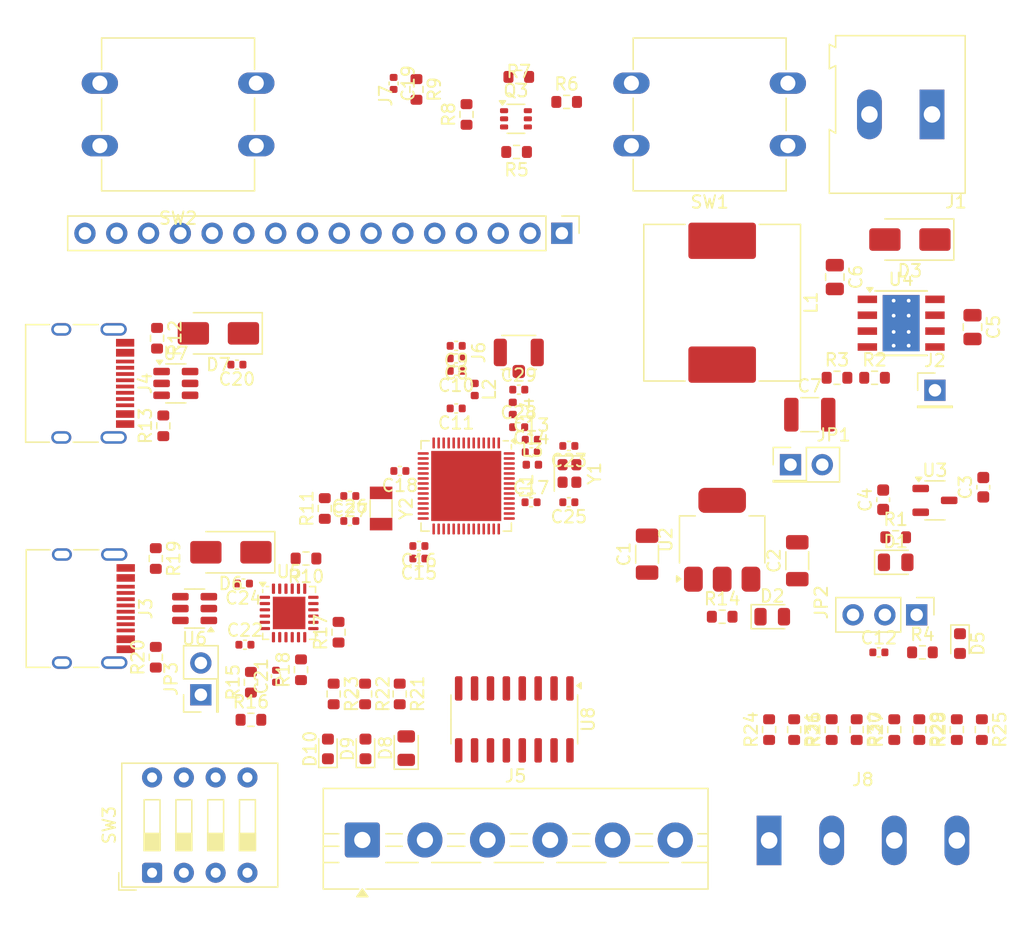
<source format=kicad_pcb>
(kicad_pcb (version 20241229) (generator "pcbnew") (generator_version "9.0")
  (layers (0 "F.Cu" signal) (4 "In1.Cu" signal) (6 "In2.Cu" signal) (2 "B.Cu" signal) (13 "F.Paste" user) (15 "B.Paste" user) (5 "F.SilkS" user "F.Silkscreen") (7 "B.SilkS" user "B.Silkscreen") (1 "F.Mask" user) (3 "B.Mask" user) (25 "Edge.Cuts" user))
  (net 0 "")
  (net 1 "GND")
  (net 2 "Net-(JP2-B)")
  (net 3 "+5V")
  (net 4 "Net-(JP2-A)")
  (net 5 "+24V")
  (net 6 "Net-(U4-BOOT)")
  (net 7 "Net-(D3-K)")
  (net 8 "Net-(JP1-A)")
  (net 9 "+3V3")
  (net 10 "VDD3P3")
  (net 11 "VDD_SPI")
  (net 12 "CHIP_PU")
  (net 13 "Net-(U5-VBUS)")
  (net 14 "/XTAL_PL")
  (net 15 "/XTAL_N")
  (net 16 "/XTAL_32K_P")
  (net 17 "/XTAL_32K_N")
  (net 18 "/RF")
  (net 19 "/RF_ANT")
  (net 20 "Net-(D1-A)")
  (net 21 "Net-(D2-A)")
  (net 22 "Net-(D5-A)")
  (net 23 "VBUS")
  (net 24 "Net-(D8-A)")
  (net 25 "Net-(D9-A)")
  (net 26 "Net-(D10-A)")
  (net 27 "Net-(J2-Pin_1)")
  (net 28 "Net-(J3-D--PadA7)")
  (net 29 "Net-(J3-VBUS-PadA9)")
  (net 30 "Net-(J3-CC2)")
  (net 31 "Net-(J3-D+-PadA6)")
  (net 32 "Net-(J3-GND-PadB1)")
  (net 34 "Net-(J3-CC1)")
  (net 35 "Net-(J4-GND-PadB1)")
  (net 36 "Net-(J4-CC2)")
  (net 38 "Net-(J4-VBUS-PadA9)")
  (net 39 "Net-(J4-D--PadA7)")
  (net 40 "Net-(J4-CC1)")
  (net 41 "Net-(J4-D+-PadA6)")
  (net 42 "Net-(J5-Pin_6)")
  (net 43 "Net-(J5-Pin_4)")
  (net 44 "Net-(J5-Pin_1)")
  (net 45 "Net-(J5-Pin_2)")
  (net 46 "Net-(J5-Pin_3)")
  (net 47 "Net-(J5-Pin_5)")
  (net 48 "Net-(J7-Pin_4)")
  (net 49 "Net-(J7-Pin_11)")
  (net 50 "Net-(J7-Pin_2)")
  (net 51 "Net-(J7-Pin_3)")
  (net 52 "Net-(J7-Pin_5)")
  (net 53 "Net-(J7-Pin_9)")
  (net 54 "Net-(J7-Pin_13)")
  (net 55 "Net-(J7-Pin_10)")
  (net 56 "Net-(J7-Pin_12)")
  (net 57 "Net-(J7-Pin_7)")
  (net 58 "Net-(J7-Pin_8)")
  (net 59 "Net-(J7-Pin_1)")
  (net 60 "Net-(J7-Pin_6)")
  (net 61 "Net-(J8-Pin_1)")
  (net 62 "Net-(J8-Pin_2)")
  (net 63 "Net-(J8-Pin_4)")
  (net 64 "Net-(J8-Pin_3)")
  (net 65 "Net-(JP3-A)")
  (net 66 "/XTAL_P")
  (net 67 "Net-(Q3A-C1)")
  (net 68 "Net-(Q3B-C2)")
  (net 69 "DTR")
  (net 70 "Net-(Q3B-B2)")
  (net 71 "RTS")
  (net 72 "Net-(Q3A-B1)")
  (net 73 "Net-(U4-VSENSE)")
  (net 74 "BOOT")
  (net 75 "Net-(U1-U0TXD{slash}PROG{slash}GPIO43)")
  (net 76 "U0TXD")
  (net 77 "Net-(U5-~{SUSPEND})")
  (net 78 "Net-(U5-~{RST})")
  (net 79 "Net-(U1-GPIO46)")
  (net 80 "Net-(U1-SPICLK_P{slash}GPIO47)")
  (net 81 "Net-(U1-SPICLK_N{slash}GPIO48)")
  (net 82 "Net-(U1-MTCK{slash}JTAG{slash}GPIO39)")
  (net 83 "Net-(U1-MTMS{slash}JTAG{slash}GPIO42)")
  (net 84 "Net-(U1-MTDO{slash}JTAG{slash}GPIO40)")
  (net 85 "Net-(U1-MTDI{slash}JTAG{slash}GPIO41)")
  (net 86 "GPIO26")
  (net 87 "GPIO29")
  (net 88 "GPIO28")
  (net 89 "GPIO27")
  (net 93 "Net-(U1-GPIO37)")
  (net 95 "ESP_D-")
  (net 96 "Net-(U1-GPIO35)")
  (net 100 "Net-(U1-GPIO33)")
  (net 101 "Net-(U1-GPIO34)")
  (net 102 "ESP_D+")
  (net 105 "U0RXD")
  (net 106 "Net-(U1-GPIO36)")
  (net 116 "D+")
  (net 120 "D-")
  (footprint "Resistor_SMD:R_0603_1608Metric" (layer "F.Cu") (at 184.925 75.05)
    (property "Reference" "R2" (at 0 -1.43 0) (layer "F.SilkS"))
    (property "Value" "4k7")
    (pad "1" smd roundrect (at -0.825 0) (size 0.8 0.95) (layers "F.Cu" "F.Mask" "F.Paste") (net 73 "Net-(U4-VSENSE)"))
    (pad "2" smd roundrect (at 0.825 0) (size 0.8 0.95) (layers "F.Cu" "F.Mask" "F.Paste") (net 1 "GND"))
  )
  (footprint "Capacitor_SMD:C_0402_1005Metric" (layer "F.Cu") (at 151.5 72.5 180)
    (property "Reference" "C9" (at 0 -1.16 0) (layer "F.SilkS"))
    (property "Value" "1u")
    (pad "1" smd roundrect (at -0.48 0 180) (size 0.56 0.62) (layers "F.Cu" "F.Mask" "F.Paste") (net 9 "+3V3"))
    (pad "2" smd roundrect (at 0.48 0 180) (size 0.56 0.62) (layers "F.Cu" "F.Mask" "F.Paste") (net 1 "GND"))
  )
  (footprint "Resistor_SMD:R_0603_1608Metric" (layer "F.Cu") (at 172.75 94.15)
    (property "Reference" "R14" (at 0 -1.43 0) (layer "F.SilkS"))
    (property "Value" "5k1")
    (pad "1" smd roundrect (at -0.825 0) (size 0.8 0.95) (layers "F.Cu" "F.Mask" "F.Paste") (net 2 "Net-(JP2-B)"))
    (pad "2" smd roundrect (at 0.825 0) (size 0.8 0.95) (layers "F.Cu" "F.Mask" "F.Paste") (net 21 "Net-(D2-A)"))
  )
  (footprint "TerminalBlock:TerminalBlock_Altech_AK300-2_P5.00mm" (layer "F.Cu") (at 189.515 54 180)
    (property "Reference" "J1" (at -1.92 -6.99 0) (layer "F.SilkS"))
    (property "Value" "24VDC")
    (pad "1" thru_hole rect (at 0 0 180) (size 1.98 3.96) (drill 1.32) (layers "*.Cu" "*.Mask") (net 1 "GND"))
    (pad "2" thru_hole oval (at 5 0 180) (size 1.98 3.96) (drill 1.32) (layers "*.Cu" "*.Mask") (net 5 "+24V"))
  )
  (footprint "Connector_USB:USB_C_Receptacle_HRO_TYPE-C-31-M-12" (layer "F.Cu") (at 121.05 93.5 -90)
    (property "Reference" "J3" (at 0 -5.645 90) (layer "F.SilkS"))
    (property "Value" "USB_C_Receptacle_USB2.0_14P")
    (pad "" np_thru_hole circle (at -2.89 -2.6 270) (size 0.65 0.65) (drill 0.65) (layers "*.Cu" "*.Mask"))
    (pad "" np_thru_hole circle (at 2.89 -2.6 270) (size 0.65 0.65) (drill 0.65) (layers "*.Cu" "*.Mask"))
    (pad "A1" smd rect (at -3.25 -4.045 270) (size 0.6 1.45) (layers "F.Cu" "F.Mask" "F.Paste") (net 1 "GND"))
    (pad "A4" smd rect (at -2.45 -4.045 270) (size 0.6 1.45) (layers "F.Cu" "F.Mask" "F.Paste") (net 23 "VBUS"))
    (pad "A5" smd rect (at -1.25 -4.045 270) (size 0.3 1.45) (layers "F.Cu" "F.Mask" "F.Paste") (net 34 "Net-(J3-CC1)"))
    (pad "A6" smd rect (at -0.25 -4.045 270) (size 0.3 1.45) (layers "F.Cu" "F.Mask" "F.Paste") (net 31 "Net-(J3-D+-PadA6)"))
    (pad "A7" smd rect (at 0.25 -4.045 270) (size 0.3 1.45) (layers "F.Cu" "F.Mask" "F.Paste") (net 28 "Net-(J3-D--PadA7)"))
    (pad "A8" smd rect (at 1.25 -4.045 270) (size 0.3 1.45) (layers "F.Cu" "F.Mask" "F.Paste"))
    (pad "A9" smd rect (at 2.45 -4.045 270) (size 0.6 1.45) (layers "F.Cu" "F.Mask" "F.Paste") (net 29 "Net-(J3-VBUS-PadA9)"))
    (pad "A12" smd rect (at 3.25 -4.045 270) (size 0.6 1.45) (layers "F.Cu" "F.Mask" "F.Paste"))
    (pad "B1" smd rect (at 3.25 -4.045 270) (size 0.6 1.45) (layers "F.Cu" "F.Mask" "F.Paste") (net 32 "Net-(J3-GND-PadB1)"))
    (pad "B4" smd rect (at 2.45 -4.045 270) (size 0.6 1.45) (layers "F.Cu" "F.Mask" "F.Paste") (net 29 "Net-(J3-VBUS-PadA9)"))
    (pad "B5" smd rect (at 1.75 -4.045 270) (size 0.3 1.45) (layers "F.Cu" "F.Mask" "F.Paste") (net 30 "Net-(J3-CC2)"))
    (pad "B6" smd rect (at 0.75 -4.045 270) (size 0.3 1.45) (layers "F.Cu" "F.Mask" "F.Paste") (net 31 "Net-(J3-D+-PadA6)"))
    (pad "B7" smd rect (at -0.75 -4.045 270) (size 0.3 1.45) (layers "F.Cu" "F.Mask" "F.Paste") (net 28 "Net-(J3-D--PadA7)"))
    (pad "B8" smd rect (at -1.75 -4.045 270) (size 0.3 1.45) (layers "F.Cu" "F.Mask" "F.Paste"))
    (pad "B9" smd rect (at -2.45 -4.045 270) (size 0.6 1.45) (layers "F.Cu" "F.Mask" "F.Paste") (net 29 "Net-(J3-VBUS-PadA9)"))
    (pad "B12" smd rect (at -3.25 -4.045 270) (size 0.6 1.45) (layers "F.Cu" "F.Mask" "F.Paste") (net 32 "Net-(J3-GND-PadB1)"))
    (pad "S1" thru_hole oval (at -4.32 -3.13 270) (size 1 2.1) (drill oval 0.6 1.7) (property pad_prop_heatsink) (layers "*.Cu" "*.Mask") (net 1 "GND"))
    (pad "S1" thru_hole oval (at -4.32 1.05 270) (size 1 1.6) (drill oval 0.6 1.2) (property pad_prop_heatsink) (layers "*.Cu" "*.Mask") (net 1 "GND"))
    (pad "S1" thru_hole oval (at 4.32 -3.13 270) (size 1 2.1) (drill oval 0.6 1.7) (property pad_prop_heatsink) (layers "*.Cu" "*.Mask") (net 1 "GND"))
    (pad "S1" thru_hole oval (at 4.32 1.05 270) (size 1 1.6) (drill oval 0.6 1.2) (property pad_prop_heatsink) (layers "*.Cu" "*.Mask") (net 1 "GND"))
  )
  (footprint "LED_SMD:LED_0805_2012Metric" (layer "F.Cu") (at 186.6125 89.8)
    (property "Reference" "D1" (at 0 -1.65 0) (layer "F.SilkS"))
    (property "Value" "GREEN")
    (pad "1" smd roundrect (at -0.9375 0) (size 0.975 1.4) (layers "F.Cu" "F.Mask" "F.Paste") (net 1 "GND"))
    (pad "2" smd roundrect (at 0.9375 0) (size 0.975 1.4) (layers "F.Cu" "F.Mask" "F.Paste") (net 20 "Net-(D1-A)"))
  )
  (footprint "Resistor_SMD:R_0603_1608Metric" (layer "F.Cu") (at 156.325 57 180)
    (property "Reference" "R5" (at 0 -1.43 0) (layer "F.SilkS"))
    (property "Value" "10k")
    (pad "1" smd roundrect (at -0.825 0 180) (size 0.8 0.95) (layers "F.Cu" "F.Mask" "F.Paste") (net 69 "DTR"))
    (pad "2" smd roundrect (at 0.825 0 180) (size 0.8 0.95) (layers "F.Cu" "F.Mask" "F.Paste") (net 72 "Net-(Q3A-B1)"))
  )
  (footprint "Resistor_SMD:R_0603_1608Metric" (layer "F.Cu") (at 146.9875 100.325 -90)
    (property "Reference" "R21" (at 0 -1.43 90) (layer "F.SilkS"))
    (property "Value" "5k1")
    (pad "1" smd roundrect (at -0.825 0 270) (size 0.8 0.95) (layers "F.Cu" "F.Mask" "F.Paste") (net 79 "Net-(U1-GPIO46)"))
    (pad "2" smd roundrect (at 0.825 0 270) (size 0.8 0.95) (layers "F.Cu" "F.Mask" "F.Paste") (net 24 "Net-(D8-A)"))
  )
  (footprint "Crystal:Crystal_SMD_3215-2Pin_3.2x1.5mm" (layer "F.Cu") (at 145.5 85.5 -90)
    (property "Reference" "Y2" (at 0 -2 90) (layer "F.SilkS"))
    (property "Value" "32k768")
    (pad "1" smd rect (at 1.25 0 270) (size 1 1.8) (layers "F.Cu" "F.Mask" "F.Paste") (net 16 "/XTAL_32K_P"))
    (pad "2" smd rect (at -1.25 0 270) (size 1 1.8) (layers "F.Cu" "F.Mask" "F.Paste") (net 17 "/XTAL_32K_N"))
  )
  (footprint "Capacitor_SMD:C_0402_1005Metric" (layer "F.Cu") (at 156.5 76)
    (property "Reference" "C29" (at 0 -1.16 0) (layer "F.SilkS"))
    (property "Value" "1p2")
    (pad "1" smd roundrect (at -0.48 0) (size 0.56 0.62) (layers "F.Cu" "F.Mask" "F.Paste") (net 19 "/RF_ANT"))
    (pad "2" smd roundrect (at 0.48 0) (size 0.56 0.62) (layers "F.Cu" "F.Mask" "F.Paste") (net 1 "GND"))
  )
  (footprint "Resistor_SMD:R_0603_1608Metric" (layer "F.Cu") (at 183.5 103.175 -90)
    (property "Reference" "R30" (at 0 -1.43 90) (layer "F.SilkS"))
    (property "Value" "750")
    (pad "1" smd roundrect (at -0.825 0 270) (size 0.8 0.95) (layers "F.Cu" "F.Mask" "F.Paste") (net 84 "Net-(U1-MTDO{slash}JTAG{slash}GPIO40)"))
    (pad "2" smd roundrect (at 0.825 0 270) (size 0.8 0.95) (layers "F.Cu" "F.Mask" "F.Paste") (net 1 "GND"))
  )
  (footprint "Capacitor_SMD:C_1206_3216Metric" (layer "F.Cu") (at 166.75 89.15 90)
    (property "Reference" "C1" (at 0 -1.85 90) (layer "F.SilkS"))
    (property "Value" "22u")
    (pad "1" smd roundrect (at -1.475 0 90) (size 1.15 1.8) (layers "F.Cu" "F.Mask" "F.Paste") (roundrect_rratio 0.217391) (net 2 "Net-(JP2-B)"))
    (pad "2" smd roundrect (at 1.475 0 90) (size 1.15 1.8) (layers "F.Cu" "F.Mask" "F.Paste") (roundrect_rratio 0.217391) (net 1 "GND"))
  )
  (footprint "Inductor_SMD:L_0402_1005Metric" (layer "F.Cu") (at 152.98 75.985 -90)
    (property "Reference" "L2" (at 0 -1.17 90) (layer "F.SilkS"))
    (property "Value" "2n7")
    (pad "1" smd roundrect (at -0.485 0 270) (size 0.59 0.64) (layers "F.Cu" "F.Mask" "F.Paste") (net 9 "+3V3"))
    (pad "2" smd roundrect (at 0.485 0 270) (size 0.59 0.64) (layers "F.Cu" "F.Mask" "F.Paste") (net 10 "VDD3P3"))
  )
  (footprint "Connector_PinHeader_2.54mm:PinHeader_2x01_P2.54mm_Vertical" (layer "F.Cu") (at 131.1 100.39 90)
    (property "Reference" "JP3" (at 1.27 -2.38 90) (layer "F.SilkS"))
    (property "Value" "Jumper_2_Small_Open")
    (pad "1" thru_hole rect (at 0 0 90) (size 1.7 1.7) (drill 1) (layers "*.Cu" "*.Mask") (net 65 "Net-(JP3-A)"))
    (pad "2" thru_hole circle (at 2.54 0 90) (size 1.7 1.7) (drill 1) (layers "*.Cu" "*.Mask") (net 23 "VBUS"))
  )
  (footprint "Resistor_SMD:R_0603_1608Metric" (layer "F.Cu") (at 127.6 71.89 -90)
    (property "Reference" "R12" (at 0 -1.43 90) (layer "F.SilkS"))
    (property "Value" "5k1")
    (pad "1" smd roundrect (at -0.825 0 270) (size 0.8 0.95) (layers "F.Cu" "F.Mask" "F.Paste") (net 1 "GND"))
    (pad "2" smd roundrect (at 0.825 0 270) (size 0.8 0.95) (layers "F.Cu" "F.Mask" "F.Paste") (net 40 "Net-(J4-CC1)"))
  )
  (footprint "Capacitor_SMD:C_0402_1005Metric" (layer "F.Cu") (at 157.48 85)
    (property "Reference" "C17" (at 0 -1.16 0) (layer "F.SilkS"))
    (property "Value" "0u1")
    (pad "1" smd roundrect (at -0.48 0) (size 0.56 0.62) (layers "F.Cu" "F.Mask" "F.Paste") (net 9 "+3V3"))
    (pad "2" smd roundrect (at 0.48 0) (size 0.56 0.62) (layers "F.Cu" "F.Mask" "F.Paste") (net 1 "GND"))
  )
  (footprint "Capacitor_SMD:C_1206_3216Metric" (layer "F.Cu") (at 178.75 89.675 90)
    (property "Reference" "C2" (at 0 -1.85 90) (layer "F.SilkS"))
    (property "Value" "22u")
    (pad "1" smd roundrect (at -1.475 0 90) (size 1.15 1.8) (layers "F.Cu" "F.Mask" "F.Paste") (roundrect_rratio 0.217391) (net 3 "+5V"))
    (pad "2" smd roundrect (at 1.475 0 90) (size 1.15 1.8) (layers "F.Cu" "F.Mask" "F.Paste") (roundrect_rratio 0.217391) (net 1 "GND"))
  )
  (footprint "LED_SMD:LED_0603_1608Metric" (layer "F.Cu") (at 191.75 96.3 -90)
    (property "Reference" "D5" (at 0 -1.43 90) (layer "F.SilkS"))
    (property "Value" "WHITE")
    (pad "1" smd roundrect (at -0.7875 0 270) (size 0.875 0.95) (layers "F.Cu" "F.Mask" "F.Paste") (net 1 "GND"))
    (pad "2" smd roundrect (at 0.7875 0 270) (size 0.875 0.95) (layers "F.Cu" "F.Mask" "F.Paste") (net 22 "Net-(D5-A)"))
  )
  (footprint "LED_SMD:LED_0603_1608Metric" (layer "F.Cu") (at 144.25 104.72 90)
    (property "Reference" "D9" (at 0 -1.43 90) (layer "F.SilkS"))
    (property "Value" "WHITE")
    (pad "1" smd roundrect (at -0.7875 0 90) (size 0.875 0.95) (layers "F.Cu" "F.Mask" "F.Paste") (net 1 "GND"))
    (pad "2" smd roundrect (at 0.7875 0 90) (size 0.875 0.95) (layers "F.Cu" "F.Mask" "F.Paste") (net 25 "Net-(D9-A)"))
  )
  (footprint "Capacitor_SMD:C_0402_1005Metric" (layer "F.Cu") (at 148.52 88.5 180)
    (property "Reference" "C16" (at 0 -1.16 0) (layer "F.SilkS"))
    (property "Value" "0u1")
    (pad "1" smd roundrect (at -0.48 0 180) (size 0.56 0.62) (layers "F.Cu" "F.Mask" "F.Paste") (net 11 "VDD_SPI"))
    (pad "2" smd roundrect (at 0.48 0 180) (size 0.56 0.62) (layers "F.Cu" "F.Mask" "F.Paste") (net 1 "GND"))
  )
  (footprint "Resistor_SMD:R_0603_1608Metric" (layer "F.Cu") (at 152.325 54 90)
    (property "Reference" "R8" (at 0 -1.43 90) (layer "F.SilkS"))
    (property "Value" "0")
    (pad "1" smd roundrect (at -0.825 0 90) (size 0.8 0.95) (layers "F.Cu" "F.Mask" "F.Paste") (net 68 "Net-(Q3B-C2)"))
    (pad "2" smd roundrect (at 0.825 0 90) (size 0.8 0.95) (layers "F.Cu" "F.Mask" "F.Paste") (net 74 "BOOT"))
  )
  (footprint "Resistor_SMD:R_0603_1608Metric" (layer "F.Cu") (at 156.5 51)
    (property "Reference" "R7" (at 0 -0.43 0) (layer "F.SilkS"))
    (property "Value" "10k")
    (pad "1" smd roundrect (at -0.825 0) (size 0.8 0.95) (layers "F.Cu" "F.Mask" "F.Paste") (net 71 "RTS"))
    (pad "2" smd roundrect (at 0.825 0) (size 0.8 0.95) (layers "F.Cu" "F.Mask" "F.Paste") (net 70 "Net-(Q3B-B2)"))
  )
  (footprint "Inductor_SMD:L_SXN_SMDRI127" (layer "F.Cu") (at 172.75 69.05 -90)
    (property "Reference" "L1" (at 0 -7.1 90) (layer "F.SilkS"))
    (property "Value" "100u")
    (pad "1" smd roundrect (at -4.95 0 270) (size 2.9 5.4) (layers "F.Cu" "F.Mask" "F.Paste") (roundrect_rratio 0.086207) (net 7 "Net-(D3-K)"))
    (pad "2" smd roundrect (at 4.95 0 270) (size 2.9 5.4) (layers "F.Cu" "F.Mask" "F.Paste") (roundrect_rratio 0.086207) (net 8 "Net-(JP1-A)"))
  )
  (footprint "Resistor_SMD:R_0603_1608Metric" (layer "F.Cu") (at 144.22 100.325 -90)
    (property "Reference" "R22" (at 0 -1.43 90) (layer "F.SilkS"))
    (property "Value" "5k1")
    (pad "1" smd roundrect (at -0.825 0 270) (size 0.8 0.95) (layers "F.Cu" "F.Mask" "F.Paste") (net 80 "Net-(U1-SPICLK_P{slash}GPIO47)"))
    (pad "2" smd roundrect (at 0.825 0 270) (size 0.8 0.95) (layers "F.Cu" "F.Mask" "F.Paste") (net 25 "Net-(D9-A)"))
  )
  (footprint "Inductor_SMD:L_0402_1005Metric" (layer "F.Cu") (at 156.02 77.5 -90)
    (property "Reference" "L4" (at 0 -1.17 90) (layer "F.SilkS"))
    (property "Value" "2n7")
    (pad "1" smd roundrect (at -0.485 0 270) (size 0.59 0.64) (layers "F.Cu" "F.Mask" "F.Paste") (net 19 "/RF_ANT"))
    (pad "2" smd roundrect (at 0.485 0 270) (size 0.59 0.64) (layers "F.Cu" "F.Mask" "F.Paste") (net 18 "/RF"))
  )
  (footprint "Resistor_SMD:R_0603_1608Metric" (layer "F.Cu") (at 186.6125 87.8)
    (property "Reference" "R1" (at 0 -1.43 0) (layer "F.SilkS"))
    (property "Value" "5k1")
    (pad "1" smd roundrect (at -0.825 0) (size 0.8 0.95) (layers "F.Cu" "F.Mask" "F.Paste") (net 4 "Net-(JP2-A)"))
    (pad "2" smd roundrect (at 0.825 0) (size 0.8 0.95) (layers "F.Cu" "F.Mask" "F.Paste") (net 20 "Net-(D1-A)"))
  )
  (footprint "Button_Switch_THT:SW_SPST_Omron_B3F-40xx" (layer "F.Cu") (at 135.53 56.5 180)
    (property "Reference" "SW2" (at 6.25 -5.8 0) (layer "F.SilkS"))
    (property "Value" "SW_Push")
    (pad "" np_thru_hole circle (at 6.25 -2 180) (size 1.8 1.8) (drill 1.8) (layers "F&B.Cu" "*.Mask"))
    (pad "" np_thru_hole circle (at 6.25 7 180) (size 1.8 1.8) (drill 1.8) (layers "F&B.Cu" "*.Mask"))
    (pad "1" thru_hole oval (at 0 0 180) (size 2.9 1.7) (drill 1.2) (layers "*.Cu" "*.Mask") (net 1 "GND"))
    (pad "1" thru_hole oval (at 12.5 0 180) (size 2.9 1.7) (drill 1.2) (layers "*.Cu" "*.Mask") (net 1 "GND"))
    (pad "2" thru_hole oval (at 0 5 180) (size 2.9 1.7) (drill 1.2) (layers "*.Cu" "*.Mask") (net 12 "CHIP_PU"))
    (pad "2" thru_hole oval (at 12.5 5 180) (size 2.9 1.7) (drill 1.2) (layers "*.Cu" "*.Mask") (net 12 "CHIP_PU"))
  )
  (footprint "Package_TO_SOT_SMD:SOT-223-3_TabPin2" (layer "F.Cu") (at 172.75 88 90)
    (property "Reference" "U2" (at 0 -4.5 90) (layer "F.SilkS"))
    (property "Value" "AMS1117-3.3")
    (pad "1" smd roundrect (at -3.15 -2.3 90) (size 2 1.5) (layers "F.Cu" "F.Mask" "F.Paste") (net 1 "GND"))
    (pad "2" smd roundrect (at -3.15 0 90) (size 2 1.5) (layers "F.Cu" "F.Mask" "F.Paste") (net 2 "Net-(JP2-B)"))
    (pad "2" smd roundrect (at 3.15 0 90) (size 2 3.8) (layers "F.Cu" "F.Mask" "F.Paste") (net 2 "Net-(JP2-B)"))
    (pad "3" smd roundrect (at -3.15 2.3 90) (size 2 1.5) (layers "F.Cu" "F.Mask" "F.Paste") (net 3 "+5V"))
  )
  (footprint "Diode_SMD:D_SMA" (layer "F.Cu") (at 132.5 71.5 180)
    (property "Reference" "D7" (at 0 -2.5 0) (layer "F.SilkS"))
    (property "Value" "D_Schottky")
    (pad "1" smd roundrect (at -2 0 180) (size 2.5 1.8) (layers "F.Cu" "F.Mask" "F.Paste") (roundrect_rratio 0.1388888889) (net 3 "+5V"))
    (pad "2" smd roundrect (at 2 0 180) (size 2.5 1.8) (layers "F.Cu" "F.Mask" "F.Paste") (roundrect_rratio 0.1388888889) (net 23 "VBUS"))
  )
  (footprint "Connector_USB:USB_C_Receptacle_HRO_TYPE-C-31-M-12" (layer "F.Cu") (at 121 75.5 -90)
    (property "Reference" "J4" (at 0 -5.645 90) (layer "F.SilkS"))
    (property "Value" "USB_C_Receptacle_USB2.0_14P")
    (pad "" np_thru_hole circle (at -2.89 -2.6 270) (size 0.65 0.65) (drill 0.65) (layers "*.Cu" "*.Mask"))
    (pad "" np_thru_hole circle (at 2.89 -2.6 270) (size 0.65 0.65) (drill 0.65) (layers "*.Cu" "*.Mask"))
    (pad "A1" smd rect (at -3.25 -4.045 270) (size 0.6 1.45) (layers "F.Cu" "F.Mask" "F.Paste") (net 1 "GND"))
    (pad "A4" smd rect (at -2.45 -4.045 270) (size 0.6 1.45) (layers "F.Cu" "F.Mask" "F.Paste") (net 23 "VBUS"))
    (pad "A5" smd rect (at -1.25 -4.045 270) (size 0.3 1.45) (layers "F.Cu" "F.Mask" "F.Paste") (net 40 "Net-(J4-CC1)"))
    (pad "A6" smd rect (at -0.25 -4.045 270) (size 0.3 1.45) (layers "F.Cu" "F.Mask" "F.Paste") (net 41 "Net-(J4-D+-PadA6)"))
    (pad "A7" smd rect (at 0.25 -4.045 270) (size 0.3 1.45) (layers "F.Cu" "F.Mask" "F.Paste") (net 39 "Net-(J4-D--PadA7)"))
    (pad "A8" smd rect (at 1.25 -4.045 270) (size 0.3 1.45) (layers "F.Cu" "F.Mask" "F.Paste"))
    (pad "A9" smd rect (at 2.45 -4.045 270) (size 0.6 1.45) (layers "F.Cu" "F.Mask" "F.Paste") (net 38 "Net-(J4-VBUS-PadA9)"))
    (pad "A12" smd rect (at 3.25 -4.045 270) (size 0.6 1.45) (layers "F.Cu" "F.Mask" "F.Paste"))
    (pad "B1" smd rect (at 3.25 -4.045 270) (size 0.6 1.45) (layers "F.Cu" "F.Mask" "F.Paste") (net 35 "Net-(J4-GND-PadB1)"))
    (pad "B4" smd rect (at 2.45 -4.045 270) (size 0.6 1.45) (layers "F.Cu" "F.Mask" "F.Paste") (net 38 "Net-(J4-VBUS-PadA9)"))
    (pad "B5" smd rect (at 1.75 -4.045 270) (size 0.3 1.45) (layers "F.Cu" "F.Mask" "F.Paste") (net 36 "Net-(J4-CC2)"))
    (pad "B6" smd rect (at 0.75 -4.045 270) (size 0.3 1.45) (layers "F.Cu" "F.Mask" "F.Paste") (net 41 "Net-(J4-D+-PadA6)"))
    (pad "B7" smd rect (at -0.75 -4.045 270) (size 0.3 1.45) (layers "F.Cu" "F.Mask" "F.Paste") (net 39 "Net-(J4-D--PadA7)"))
    (pad "B8" smd rect (at -1.75 -4.045 270) (size 0.3 1.45) (layers "F.Cu" "F.Mask" "F.Paste"))
    (pad "B9" smd rect (at -2.45 -4.045 270) (size 0.6 1.45) (layers "F.Cu" "F.Mask" "F.Paste") (net 38 "Net-(J4-VBUS-PadA9)"))
    (pad "B12" smd rect (at -3.25 -4.045 270) (size 0.6 1.45) (layers "F.Cu" "F.Mask" "F.Paste") (net 35 "Net-(J4-GND-PadB1)"))
    (pad "S1" thru_hole oval (at -4.32 -3.13 270) (size 1 2.1) (drill oval 0.6 1.7) (property pad_prop_heatsink) (layers "*.Cu" "*.Mask") (net 1 "GND"))
    (pad "S1" thru_hole oval (at -4.32 1.05 270) (size 1 1.6) (drill oval 0.6 1.2) (property pad_prop_heatsink) (layers "*.Cu" "*.Mask") (net 1 "GND"))
    (pad "S1" thru_hole oval (at 4.32 -3.13 270) (size 1 2.1) (drill oval 0.6 1.7) (property pad_prop_heatsink) (layers "*.Cu" "*.Mask") (net 1 "GND"))
    (pad "S1" thru_hole oval (at 4.32 1.05 270) (size 1 1.6) (drill oval 0.6 1.2) (property pad_prop_heatsink) (layers "*.Cu" "*.Mask") (net 1 "GND"))
  )
  (footprint "Connector_PinHeader_2.54mm:PinHeader_1x01_P2.54mm_Vertical" (layer "F.Cu") (at 189.75 76.05)
    (property "Reference" "J2" (at 0 -2.38 0) (layer "F.SilkS"))
    (property "Value" "Conn_01x01_Pin")
    (pad "1" thru_hole rect (at 0 0) (size 1.7 1.7) (drill 1) (layers "*.Cu" "*.Mask") (net 27 "Net-(J2-Pin_1)"))
  )
  (footprint "Capacitor_SMD:C_0402_1005Metric" (layer "F.Cu") (at 151.5 77.5 180)
    (property "Reference" "C11" (at 0 -1.16 0) (layer "F.SilkS"))
    (property "Value" "0u1")
    (pad "1" smd roundrect (at -0.48 0 180) (size 0.56 0.62) (layers "F.Cu" "F.Mask" "F.Paste") (net 10 "VDD3P3"))
    (pad "2" smd roundrect (at 0.48 0 180) (size 0.56 0.62) (layers "F.Cu" "F.Mask" "F.Paste") (net 1 "GND"))
  )
  (footprint "Connector_Coaxial:U.FL_Hirose_U.FL-R-SMT-1_Vertical" (layer "F.Cu") (at 156.5 73.5 90)
    (property "Reference" "J6" (at 0.475 -3.2 90) (layer "F.SilkS"))
    (property "Value" "Conn_Coaxial")
    (pad "1" smd roundrect (at -1.05 0 90) (size 1.05 1) (layers "F.Cu" "F.Mask" "F.Paste") (net 19 "/RF_ANT"))
    (pad "2" smd roundrect (at 0.475 -1.475 90) (size 2.2 1.05) (layers "F.Cu" "F.Mask" "F.Paste") (roundrect_rratio 0.2380952381) (net 1 "GND"))
    (pad "2" smd roundrect (at 0.475 1.475 90) (size 2.2 1.05) (layers "F.Cu" "F.Mask" "F.Paste") (roundrect_rratio 0.2380952381) (net 1 "GND"))
  )
  (footprint "Resistor_SMD:R_0603_1608Metric" (layer "F.Cu") (at 188.5 103.175 -90)
    (property "Reference" "R29" (at 0 -1.43 90) (layer "F.SilkS"))
    (property "Value" "750")
    (pad "1" smd roundrect (at -0.825 0 270) (size 0.8 0.95) (layers "F.Cu" "F.Mask" "F.Paste") (net 85 "Net-(U1-MTDI{slash}JTAG{slash}GPIO41)"))
    (pad "2" smd roundrect (at 0.825 0 270) (size 0.8 0.95) (layers "F.Cu" "F.Mask" "F.Paste") (net 1 "GND"))
  )
  (footprint "Resistor_SMD:R_0603_1608Metric" (layer "F.Cu") (at 139.1 98.39 90)
    (property "Reference" "R18" (at 0 -1.43 90) (layer "F.SilkS"))
    (property "Value" "1k")
    (pad "1" smd roundrect (at -0.825 0 90) (size 0.8 0.95) (layers "F.Cu" "F.Mask" "F.Paste") (net 9 "+3V3"))
    (pad "2" smd roundrect (at 0.825 0 90) (size 0.8 0.95) (layers "F.Cu" "F.Mask" "F.Paste") (net 78 "Net-(U5-~{RST})"))
  )
  (footprint "Capacitor_SMD:C_0402_1005Metric" (layer "F.Cu") (at 143 84.5 180)
    (property "Reference" "C27" (at 0 -1.16 0) (layer "F.SilkS"))
    (property "Value" "20p")
    (pad "1" smd roundrect (at -0.48 0 180) (size 0.56 0.62) (layers "F.Cu" "F.Mask" "F.Paste") (net 17 "/XTAL_32K_N"))
    (pad "2" smd roundrect (at 0.48 0 180) (size 0.56 0.62) (layers "F.Cu" "F.Mask" "F.Paste") (net 1 "GND"))
  )
  (footprint "Connector_PinHeader_2.54mm:PinHeader_2x01_P2.54mm_Vertical" (layer "F.Cu") (at 178.21 82)
    (property "Reference" "JP1" (at 3.445 -2.38 0) (layer "F.SilkS"))
    (property "Value" "Jumper_2_Small_Open")
    (pad "1" thru_hole rect (at 0 0) (size 1.7 1.7) (drill 1) (layers "*.Cu" "*.Mask") (net 8 "Net-(JP1-A)"))
    (pad "2" thru_hole circle (at 2.54 0) (size 1.7 1.7) (drill 1) (layers "*.Cu" "*.Mask") (net 3 "+5V"))
  )
  (footprint "Resistor_SMD:R_0603_1608Metric" (layer "F.Cu") (at 188.75 97)
    (property "Reference" "R4" (at 0 -1.43 0) (layer "F.SilkS"))
    (property "Value" "5k1")
    (pad "1" smd roundrect (at -0.825 0) (size 0.8 0.95) (layers "F.Cu" "F.Mask" "F.Paste") (net 9 "+3V3"))
    (pad "2" smd roundrect (at 0.825 0) (size 0.8 0.95) (layers "F.Cu" "F.Mask" "F.Paste") (net 22 "Net-(D5-A)"))
  )
  (footprint "LED_SMD:LED_0805_2012Metric" (layer "F.Cu") (at 176.75 94.15)
    (property "Reference" "D2" (at 0 -1.65 0) (layer "F.SilkS"))
    (property "Value" "GREEN")
    (pad "1" smd roundrect (at -0.9375 0) (size 0.975 1.4) (layers "F.Cu" "F.Mask" "F.Paste") (net 1 "GND"))
    (pad "2" smd roundrect (at 0.9375 0) (size 0.975 1.4) (layers "F.Cu" "F.Mask" "F.Paste") (net 21 "Net-(D2-A)"))
  )
  (footprint "Resistor_SMD:R_0603_1608Metric" (layer "F.Cu") (at 127.5 89.5 -90)
    (property "Reference" "R19" (at 0 -1.43 90) (layer "F.SilkS"))
    (property "Value" "5k1")
    (pad "1" smd roundrect (at -0.825 0 270) (size 0.8 0.95) (layers "F.Cu" "F.Mask" "F.Paste") (net 1 "GND"))
    (pad "2" smd roundrect (at 0.825 0 270) (size 0.8 0.95) (layers "F.Cu" "F.Mask" "F.Paste") (net 34 "Net-(J3-CC1)"))
  )
  (footprint "Capacitor_SMD:C_0603_1608Metric" (layer "F.Cu") (at 193.6125 83.8 90)
    (property "Reference" "C3" (at 0 -1.43 90) (layer "F.SilkS"))
    (property "Value" "1u")
    (pad "1" smd roundrect (at -0.775 0 90) (size 0.9 0.95) (layers "F.Cu" "F.Mask" "F.Paste") (net 3 "+5V"))
    (pad "2" smd roundrect (at 0.775 0 90) (size 0.9 0.95) (layers "F.Cu" "F.Mask" "F.Paste") (net 1 "GND"))
  )
  (footprint "Package_TO_SOT_SMD:SOT-23-3" (layer "F.Cu") (at 189.75 84.85)
    (property "Reference" "U3" (at 0 -2.4 0) (layer "F.SilkS"))
    (property "Value" "XC6206P332MR-G")
    (pad "1" smd roundrect (at -1.1375 -0.95) (size 1.325 0.6) (layers "F.Cu" "F.Mask" "F.Paste") (net 1 "GND"))
    (pad "2" smd roundrect (at -1.1375 0.95) (size 1.325 0.6) (layers "F.Cu" "F.Mask" "F.Paste") (net 4 "Net-(JP2-A)"))
    (pad "3" smd roundrect (at 1.1375 0) (size 1.325 0.6) (layers "F.Cu" "F.Mask" "F.Paste") (net 3 "+5V"))
  )
  (footprint "Resistor_SMD:R_0603_1608Metric" (layer "F.Cu") (at 178.5 103.175 -90)
    (property "Reference" "R31" (at 0 -1.43 90) (layer "F.SilkS"))
    (property "Value" "750")
    (pad "1" smd roundrect (at -0.825 0 270) (size 0.8 0.95) (layers "F.Cu" "F.Mask" "F.Paste") (net 82 "Net-(U1-MTCK{slash}JTAG{slash}GPIO39)"))
    (pad "2" smd roundrect (at 0.825 0 270) (size 0.8 0.95) (layers "F.Cu" "F.Mask" "F.Paste") (net 1 "GND"))
  )
  (footprint "Resistor_SMD:R_0603_1608Metric" (layer "F.Cu") (at 141.71 100.325 -90)
    (property "Reference" "R23" (at 0 -1.43 90) (layer "F.SilkS"))
    (property "Value" "5k1")
    (pad "1" smd roundrect (at -0.825 0 270) (size 0.8 0.95) (layers "F.Cu" "F.Mask" "F.Paste") (net 81 "Net-(U1-SPICLK_N{slash}GPIO48)"))
    (pad "2" smd roundrect (at 0.825 0 270) (size 0.8 0.95) (layers "F.Cu" "F.Mask" "F.Paste") (net 26 "Net-(D10-A)"))
  )
  (footprint "Resistor_SMD:R_0603_1608Metric" (layer "F.Cu") (at 135.1 102.39)
    (property "Reference" "R16" (at 0 -1.43 0) (layer "F.SilkS"))
    (property "Value" "22k")
    (pad "1" smd roundrect (at -0.825 0) (size 0.8 0.95) (layers "F.Cu" "F.Mask" "F.Paste") (net 65 "Net-(JP3-A)"))
    (pad "2" smd roundrect (at 0.825 0) (size 0.8 0.95) (layers "F.Cu" "F.Mask" "F.Paste") (net 13 "Net-(U5-VBUS)"))
  )
  (footprint "Connector_PinHeader_2.54mm:PinHeader_1x03_P2.54mm_Vertical" (layer "F.Cu") (at 188.29 94 -90)
    (property "Reference" "JP2" (at -1 7.62 90) (layer "F.SilkS"))
    (property "Value" "Jumper_3_Bridged12")
    (pad "1" thru_hole rect (at 0 0 270) (size 1.7 1.7) (drill 1) (layers "*.Cu" "*.Mask") (net 4 "Net-(JP2-A)"))
    (pad "2" thru_hole circle (at 0 2.54 270) (size 1.7 1.7) (drill 1) (layers "*.Cu" "*.Mask") (net 9 "+3V3"))
    (pad "3" thru_hole circle (at 0 5.08 270) (size 1.7 1.7) (drill 1) (layers "*.Cu" "*.Mask") (net 2 "Net-(JP2-B)"))
  )
  (footprint "Resistor_SMD:R_0603_1608Metric" (layer "F.Cu") (at 181.5 103.175 90)
    (property "Reference" "R26" (at 0 -1.43 90) (layer "F.SilkS"))
    (property "Value" "5k1")
    (pad "1" smd roundrect (at -0.825 0 90) (size 0.8 0.95) (layers "F.Cu" "F.Mask" "F.Paste") (net 62 "Net-(J8-Pin_2)"))
    (pad "2" smd roundrect (at 0.825 0 90) (size 0.8 0.95) (layers "F.Cu" "F.Mask" "F.Paste") (net 84 "Net-(U1-MTDO{slash}JTAG{slash}GPIO40)"))
  )
  (footprint "Resistor_SMD:R_0603_1608Metric" (layer "F.Cu") (at 193.5 103.175 -90)
    (property "Reference" "R25" (at 0 -1.43 90) (layer "F.SilkS"))
    (property "Value" "750")
    (pad "1" smd roundrect (at -0.825 0 270) (size 0.8 0.95) (layers "F.Cu" "F.Mask" "F.Paste") (net 83 "Net-(U1-MTMS{slash}JTAG{slash}GPIO42)"))
    (pad "2" smd roundrect (at 0.825 0 270) (size 0.8 0.95) (layers "F.Cu" "F.Mask" "F.Paste") (net 1 "GND"))
  )
  (footprint "Diode_SMD:D_SMA" (layer "F.Cu") (at 133.5 89 180)
    (property "Reference" "D6" (at 0 -2.5 0) (layer "F.SilkS"))
    (property "Value" "D_Schottky")
    (pad "1" smd roundrect (at -2 0 180) (size 2.5 1.8) (layers "F.Cu" "F.Mask" "F.Paste") (roundrect_rratio 0.1388888889) (net 3 "+5V"))
    (pad "2" smd roundrect (at 2 0 180) (size 2.5 1.8) (layers "F.Cu" "F.Mask" "F.Paste") (roundrect_rratio 0.1388888889) (net 23 "VBUS"))
  )
  (footprint "Package_TO_SOT_SMD:SOT-363_SC-70-6" (layer "F.Cu") (at 156.275 54.35)
    (property "Reference" "Q3" (at 0 -2.25 0) (layer "F.SilkS"))
    (property "Value" "MMDT5551")
    (pad "1" smd roundrect (at -0.95 -0.65) (size 0.65 0.4) (layers "F.Cu" "F.Mask" "F.Paste") (net 71 "RTS"))
    (pad "2" smd roundrect (at -0.95 0) (size 0.65 0.4) (layers "F.Cu" "F.Mask" "F.Paste") (net 72 "Net-(Q3A-B1)"))
    (pad "3" smd roundrect (at -0.95 0.65) (size 0.65 0.4) (layers "F.Cu" "F.Mask" "F.Paste") (net 68 "Net-(Q3B-C2)"))
    (pad "4" smd roundrect (at 0.95 0.65) (size 0.65 0.4) (layers "F.Cu" "F.Mask" "F.Paste") (net 69 "DTR"))
    (pad "5" smd roundrect (at 0.95 0) (size 0.65 0.4) (layers "F.Cu" "F.Mask" "F.Paste") (net 70 "Net-(Q3B-B2)"))
    (pad "6" smd roundrect (at 0.95 -0.65) (size 0.65 0.4) (layers "F.Cu" "F.Mask" "F.Paste") (net 67 "Net-(Q3A-C1)"))
  )
  (footprint "Capacitor_SMD:C_0402_1005Metric" (layer "F.Cu") (at 156.49 79)
    (property "Reference" "C28" (at 0 -1.16 0) (layer "F.SilkS"))
    (property "Value" "1p2")
    (pad "1" smd roundrect (at -0.48 0) (size 0.56 0.62) (layers "F.Cu" "F.Mask" "F.Paste") (net 18 "/RF"))
    (pad "2" smd roundrect (at 0.48 0) (size 0.56 0.62) (layers "F.Cu" "F.Mask" "F.Paste") (net 1 "GND"))
  )
  (footprint "Capacitor_SMD:C_0402_1005Metric" (layer "F.Cu") (at 143 86.5)
    (property "Reference" "C26" (at 0 -1.16 0) (layer "F.SilkS"))
    (property "Value" "20p")
    (pad "1" smd roundrect (at -0.48 0) (size 0.56 0.62) (layers "F.Cu" "F.Mask" "F.Paste") (net 1 "GND"))
    (pad "2" smd roundrect (at 0.48 0) (size 0.56 0.62) (layers "F.Cu" "F.Mask" "F.Paste") (net 16 "/XTAL_32K_P"))
  )
  (footprint "Resistor_SMD:R_0603_1608Metric" (layer "F.Cu") (at 142.1 95.39 90)
    (property "Reference" "R17" (at 0 -1.43 90) (layer "F.SilkS"))
    (property "Value" "10k")
    (pad "1" smd roundrect (at -0.825 0 90) (size 0.8 0.95) (layers "F.Cu" "F.Mask" "F.Paste") (net 77 "Net-(U5-~{SUSPEND})"))
    (pad "2" smd roundrect (at 0.825 0 90) (size 0.8 0.95) (layers "F.Cu" "F.Mask" "F.Paste") (net 1 "GND"))
  )
  (footprint "Package_TO_SOT_SMD:SOT-23-6" (layer "F.Cu") (at 129.1 75.5)
    (property "Reference" "U7" (at 0 -2.4 0) (layer "F.SilkS"))
    (property "Value" "USBLC6-2SC6")
    (pad "1" smd roundrect (at -1.1375 -0.95) (size 1.325 0.6) (layers "F.Cu" "F.Mask" "F.Paste") (net 39 "Net-(J4-D--PadA7)"))
    (pad "2" smd roundrect (at -1.1375 0) (size 1.325 0.6) (layers "F.Cu" "F.Mask" "F.Paste") (net 1 "GND"))
    (pad "3" smd roundrect (at -1.1375 0.95) (size 1.325 0.6) (layers "F.Cu" "F.Mask" "F.Paste") (net 41 "Net-(J4-D+-PadA6)"))
    (pad "4" smd roundrect (at 1.1375 0.95) (size 1.325 0.6) (layers "F.Cu" "F.Mask" "F.Paste") (net 102 "ESP_D+"))
    (pad "5" smd roundrect (at 1.1375 0) (size 1.325 0.6) (layers "F.Cu" "F.Mask" "F.Paste") (net 23 "VBUS"))
    (pad "6" smd roundrect (at 1.1375 -0.95) (size 1.325 0.6) (layers "F.Cu" "F.Mask" "F.Paste") (net 95 "ESP_D-"))
  )
  (footprint "Capacitor_SMD:C_0402_1005Metric" (layer "F.Cu") (at 148.52 89.5 180)
    (property "Reference" "C15" (at 0 -1.16 0) (layer "F.SilkS"))
    (property "Value" "1u")
    (pad "1" smd roundrect (at -0.48 0 180) (size 0.56 0.62) (layers "F.Cu" "F.Mask" "F.Paste") (net 11 "VDD_SPI"))
    (pad "2" smd roundrect (at 0.48 0 180) (size 0.56 0.62) (layers "F.Cu" "F.Mask" "F.Paste") (net 1 "GND"))
  )
  (footprint "Package_SO:TI_SO-PowerPAD-8_ThermalVias" (layer "F.Cu") (at 187.05 70.685)
    (property "Reference" "U4" (at 0 -3.5 0) (layer "F.SilkS"))
    (property "Value" "TPS5430DDA")
    (pad "1" smd rect (at -2.7 -1.905) (size 1.55 0.6) (layers "F.Cu" "F.Mask" "F.Paste") (net 6 "Net-(U4-BOOT)"))
    (pad "2" smd rect (at -2.7 -0.635) (size 1.55 0.6) (layers "F.Cu" "F.Mask" "F.Paste"))
    (pad "3" smd rect (at -2.7 0.635) (size 1.55 0.6) (layers "F.Cu" "F.Mask" "F.Paste"))
    (pad "4" smd rect (at -2.7 1.905) (size 1.55 0.6) (layers "F.Cu" "F.Mask" "F.Paste") (net 73 "Net-(U4-VSENSE)"))
    (pad "5" smd rect (at 2.7 1.905) (size 1.55 0.6) (layers "F.Cu" "F.Mask" "F.Paste") (net 27 "Net-(J2-Pin_1)"))
    (pad "6" smd rect (at 2.7 0.635) (size 1.55 0.6) (layers "F.Cu" "F.Mask" "F.Paste") (net 1 "GND"))
    (pad "7" smd rect (at 2.7 -0.635) (size 1.55 0.6) (layers "F.Cu" "F.Mask" "F.Paste") (net 5 "+24V"))
    (pad "8" smd rect (at 2.7 -1.905) (size 1.55 0.6) (layers "F.Cu" "F.Mask" "F.Paste") (net 7 "Net-(D3-K)"))
    (pad "9" thru_hole circle (at -0.6 -1.8) (size 0.6 0.6) (drill 0.3) (layers "*.Cu") (net 1 "GND"))
    (pad "9" thru_hole circle (at -0.6 -0.6) (size 0.6 0.6) (drill 0.3) (layers "*.Cu") (net 1 "GND"))
    (pad "9" thru_hole circle (at -0.6 0.7) (size 0.6 0.6) (drill 0.3) (layers "*.Cu") (net 1 "GND"))
    (pad "9" thru_hole circle (at -0.6 1.8) (size 0.6 0.6) (drill 0.3) (layers "*.Cu") (net 1 "GND"))
    (pad "9" smd rect (at 0 0) (size 2.6 3.1) (layers "F.Cu" "F.Mask" "F.Paste") (net 1 "GND"))
    (pad "9" smd rect (at 0 0) (size 2.95 4.5) (layers "F.Cu") (net 1 "GND"))
    (pad "9" smd rect (at 0 0) (size 2.95 4.5) (layers "B.Cu") (net 1 "GND"))
    (pad "9" thru_hole circle (at 0.6 -1.8) (size 0.6 0.6) (drill 0.3) (layers "*.Cu") (net 1 "GND"))
    (pad "9" thru_hole circle (at 0.6 -0.6) (size 0.6 0.6) (drill 0.3) (layers "*.Cu") (net 1 "GND"))
    (pad "9" thru_hole circle (at 0.6 0.7) (size 0.6 0.6) (drill 0.3) (layers "*.Cu") (net 1 "GND"))
    (pad "9" thru_hole circle (at 0.6 1.8) (size 0.6 0.6) (drill 0.3) (layers "*.Cu") (net 1 "GND"))
  )
  (footprint "Resistor_SMD:R_0603_1608Metric" (layer "F.Cu") (at 176.5 103.175 90)
    (property "Reference" "R24" (at 0 -1.43 90) (layer "F.SilkS"))
    (property "Value" "5k1")
    (pad "1" smd roundrect (at -0.825 0 90) (size 0.8 0.95) (layers "F.Cu" "F.Mask" "F.Paste") (net 61 "Net-(J8-Pin_1)"))
    (pad "2" smd roundrect (at 0.825 0 90) (size 0.8 0.95) (layers "F.Cu" "F.Mask" "F.Paste") (net 82 "Net-(U1-MTCK{slash}JTAG{slash}GPIO39)"))
  )
  (footprint "Capacitor_SMD:C_0402_1005Metric" (layer "F.Cu") (at 133.98 74 180)
    (property "Reference" "C20" (at 0 -1.16 0) (layer "F.SilkS"))
    (property "Value" "10u")
    (pad "1" smd roundrect (at -0.48 0 180) (size 0.56 0.62) (layers "F.Cu" "F.Mask" "F.Paste") (net 3 "+5V"))
    (pad "2" smd roundrect (at 0.48 0 180) (size 0.56 0.62) (layers "F.Cu" "F.Mask" "F.Paste") (net 1 "GND"))
  )
  (footprint "Capacitor_SMD:C_0805_2012Metric" (layer "F.Cu") (at 181.75 67 -90)
    (property "Reference" "C6" (at 0 -1.68 90) (layer "F.SilkS"))
    (property "Value" "10n")
    (pad "1" smd roundrect (at -0.95 0 270) (size 1 1.45) (layers "F.Cu" "F.Mask" "F.Paste") (net 7 "Net-(D3-K)"))
    (pad "2" smd roundrect (at 0.95 0 270) (size 1 1.45) (layers "F.Cu" "F.Mask" "F.Paste") (net 6 "Net-(U4-BOOT)"))
  )
  (footprint "Resistor_SMD:R_0603_1608Metric" (layer "F.Cu") (at 160.325 53)
    (property "Reference" "R6" (at 0 -1.43 0) (layer "F.SilkS"))
    (property "Value" "0")
    (pad "1" smd roundrect (at -0.825 0) (size 0.8 0.95) (layers "F.Cu" "F.Mask" "F.Paste") (net 67 "Net-(Q3A-C1)"))
    (pad "2" smd roundrect (at 0.825 0) (size 0.8 0.95) (layers "F.Cu" "F.Mask" "F.Paste") (net 12 "CHIP_PU"))
  )
  (footprint "Inductor_SMD:L_0402_1005Metric" (layer "F.Cu") (at 157.585 82)
    (property "Reference" "L3" (at 0 -1.17 0) (layer "F.SilkS"))
    (property "Value" "24n")
    (pad "1" smd roundrect (at -0.485 0) (size 0.59 0.64) (layers "F.Cu" "F.Mask" "F.Paste") (net 66 "/XTAL_P"))
    (pad "2" smd roundrect (at 0.485 0) (size 0.59 0.64) (layers "F.Cu" "F.Mask" "F.Paste") (net 14 "/XTAL_PL"))
  )
  (footprint "Resistor_SMD:R_0603_1608Metric" (layer "F.Cu") (at 139.5 89.5 180)
    (property "Reference" "R10" (at 0 -1.43 0) (layer "F.SilkS"))
    (property "Value" "470")
    (pad "1" smd roundrect (at -0.825 0 180) (size 0.8 0.95) (layers "F.Cu" "F.Mask" "F.Paste") (net 75 "Net-(U1-U0TXD{slash}PROG{slash}GPIO43)"))
    (pad "2" smd roundrect (at 0.825 0 180) (size 0.8 0.95) (layers "F.Cu" "F.Mask" "F.Paste") (net 76 "U0TXD"))
  )
  (footprint "Button_Switch_THT:SW_DIP_SPSTx04_Slide_9.78x12.34mm_W7.62mm_P2.54mm" (layer "F.Cu") (at 127.2025 114.62 90)
    (property "Reference" "SW3" (at 3.81 -3.42 90) (layer "F.SilkS"))
    (property "Value" "SW_DIP_x04")
    (pad "1" thru_hole roundrect (at 0 0 90) (size 1.6 1.6) (drill 0.8) (layers "*.Cu" "*.Mask") (roundrect_rratio 0.15625) (net 86 "GPIO26"))
    (pad "2" thru_hole circle (at 0 2.54 90) (size 1.6 1.6) (drill 0.8) (layers "*.Cu" "*.Mask") (net 89 "GPIO27"))
    (pad "3" thru_hole circle (at 0 5.08 90) (size 1.6 1.6) (drill 0.8) (layers "*.Cu" "*.Mask") (net 88 "GPIO28"))
    (pad "4" thru_hole circle (at 0 7.62 90) (size 1.6 1.6) (drill 0.8) (layers "*.Cu" "*.Mask") (net 87 "GPIO29"))
    (pad "5" thru_hole circle (at 7.62 7.62 90) (size 1.6 1.6) (drill 0.8) (layers "*.Cu" "*.Mask") (net 1 "GND"))
    (pad "6" thru_hole circle (at 7.62 5.08 90) (size 1.6 1.6) (drill 0.8) (layers "*.Cu" "*.Mask") (net 1 "GND"))
    (pad "7" thru_hole circle (at 7.62 2.54 90) (size 1.6 1.6) (drill 0.8) (layers "*.Cu" "*.Mask") (net 1 "GND"))
    (pad "8" thru_hole circle (at 7.62 0 90) (size 1.6 1.6) (drill 0.8) (layers "*.Cu" "*.Mask") (net 1 "GND"))
  )
  (footprint "Resistor_SMD:R_0603_1608Metric" (layer "F.Cu") (at 181.925 75.05)
    (property "Reference" "R3" (at 0 -1.43 0) (layer "F.SilkS"))
    (property "Value" "10k")
    (pad "1" smd roundrect (at -0.825 0) (size 0.8 0.95) (layers "F.Cu" "F.Mask" "F.Paste") (net 8 "Net-(JP1-A)"))
    (pad "2" smd roundrect (at 0.825 0) (size 0.8 0.95) (layers "F.Cu" "F.Mask" "F.Paste") (net 73 "Net-(U4-VSENSE)"))
  )
  (footprint "Capacitor_SMD:C_0402_1005Metric" (layer "F.Cu") (at 157.5 81)
    (property "Reference" "C14" (at 0 -1.16 0) (layer "F.SilkS"))
    (property "Value" "1u")
    (pad "1" smd roundrect (at -0.48 0) (size 0.56 0.62) (layers "F.Cu" "F.Mask" "F.Paste") (net 9 "+3V3"))
    (pad "2" smd roundrect (at 0.48 0) (size 0.56 0.62) (layers "F.Cu" "F.Mask" "F.Paste") (net 1 "GND"))
  )
  (footprint "Capacitor_SMD:C_0402_1005Metric" (layer "F.Cu") (at 134.62 96.39)
    (property "Reference" "C22" (at 0 -1.16 0) (layer "F.SilkS"))
    (property "Value" "10u")
    (pad "1" smd roundrect (at -0.48 0) (size 0.56 0.62) (layers "F.Cu" "F.Mask" "F.Paste") (net 1 "GND"))
    (pad "2" smd roundrect (at 0.48 0) (size 0.56 0.62) (layers "F.Cu" "F.Mask" "F.Paste") (net 9 "+3V3"))
  )
  (footprint "Resistor_SMD:R_0603_1608Metric" (layer "F.Cu") (at 127.5 97.39 90)
    (property "Reference" "R20" (at 0 -1.43 90) (layer "F.SilkS"))
    (property "Value" "5k1")
    (pad "1" smd roundrect (at -0.825 0 90) (size 0.8 0.95) (layers "F.Cu" "F.Mask" "F.Paste") (net 1 "GND"))
    (pad "2" smd roundrect (at 0.825 0 90) (size 0.8 0.95) (layers "F.Cu" "F.Mask" "F.Paste") (net 30 "Net-(J3-CC2)"))
  )
  (footprint "Diode_SMD:D_SMA" (layer "F.Cu") (at 187.75 64 180)
    (property "Reference" "D3" (at 0 -2.5 0) (layer "F.SilkS"))
    (property "Value" "D_Schottky")
    (pad "1" smd roundrect (at -2 0 180) (size 2.5 1.8) (layers "F.Cu" "F.Mask" "F.Paste") (roundrect_rratio 0.1388888889) (net 7 "Net-(D3-K)"))
    (pad "2" smd roundrect (at 2 0 180) (size 2.5 1.8) (layers "F.Cu" "F.Mask" "F.Paste") (roundrect_rratio 0.1388888889) (net 1 "GND"))
  )
  (footprint "Capacitor_SMD:C_1210_3225Metric" (layer "F.Cu") (at 179.75 78)
    (property "Reference" "C7" (at 0 -2.3 0) (layer "F.SilkS"))
    (property "Value" "47u")
    (pad "1" smd roundrect (at -1.475 0) (size 1.15 2.7) (layers "F.Cu" "F.Mask" "F.Paste") (roundrect_rratio 0.217391) (net 8 "Net-(JP1-A)"))
    (pad "2" smd roundrect (at 1.475 0) (size 1.15 2.7) (layers "F.Cu" "F.Mask" "F.Paste") (roundrect_rratio 0.217391) (net 1 "GND"))
  )
  (footprint "Capacitor_SMD:C_0603_1608Metric" (layer "F.Cu") (at 185.6125 84.8 90)
    (property "Reference" "C4" (at 0 -1.43 90) (layer "F.SilkS"))
    (property "Value" "1u")
    (pad "1" smd roundrect (at -0.775 0 90) (size 0.9 0.95) (layers "F.Cu" "F.Mask" "F.Paste") (net 4 "Net-(JP2-A)"))
    (pad "2" smd roundrect (at 0.775 0 90) (size 0.9 0.95) (layers "F.Cu" "F.Mask" "F.Paste") (net 1 "GND"))
  )
  (footprint "Button_Switch_THT:SW_SPST_Omron_B3F-40xx" (layer "F.Cu") (at 165.5 51.5)
    (property "Reference" "SW1" (at 6.25 9.5 0) (layer "F.SilkS"))
    (property "Value" "SW_Push")
    (pad "" np_thru_hole circle (at 6.25 -2) (size 1.8 1.8) (drill 1.8) (layers "F&B.Cu" "*.Mask"))
    (pad "" np_thru_hole circle (at 6.25 7) (size 1.8 1.8) (drill 1.8) (layers "F&B.Cu" "*.Mask"))
    (pad "1" thru_hole oval (at 0 0) (size 2.9 1.7) (drill 1.2) (layers "*.Cu" "*.Mask") (net 1 "GND"))
    (pad "1" thru_hole oval (at 12.5 0) (size 2.9 1.7) (drill 1.2) (layers "*.Cu" "*.Mask") (net 1 "GND"))
    (pad "2" thru_hole oval (at 0 5) (size 2.9 1.7) (drill 1.2) (layers "*.Cu" "*.Mask") (net 74 "BOOT"))
    (pad "2" thru_hole oval (at 12.5 5) (size 2.9 1.7) (drill 1.2) (layers "*.Cu" "*.Mask") (net 74 "BOOT"))
  )
  (footprint "Capacitor_SMD:C_0402_1005Metric" (layer "F.Cu") (at 146.5 51.52 -90)
    (property "Reference" "C19" (at 0 -1.16 90) (layer "F.SilkS"))
    (property "Value" "1u")
    (pad "1" smd roundrect (at -0.48 0 270) (size 0.56 0.62) (layers "F.Cu" "F.Mask" "F.Paste") (net 12 "CHIP_PU"))
    (pad "2" smd roundrect (at 0.48 0 270) (size 0.56 0.62) (layers "F.Cu" "F.Mask" "F.Paste") (net 1 "GND"))
  )
  (footprint "Resistor_SMD:R_0603_1608Metric" (layer "F.Cu") (at 135.1 99.39 90)
    (property "Reference" "R15" (at 0 -1.43 90) (layer "F.SilkS"))
    (property "Value" "47k")
    (pad "1" smd roundrect (at -0.825 0 90) (size 0.8 0.95) (layers "F.Cu" "F.Mask" "F.Paste") (net 13 "Net-(U5-VBUS)"))
    (pad "2" smd roundrect (at 0.825 0 90) (size 0.8 0.95) (layers "F.Cu" "F.Mask" "F.Paste") (net 1 "GND"))
  )
  (footprint "Resistor_SMD:R_0603_1608Metric" (layer "F.Cu") (at 186.5 103.175 90)
    (property "Reference" "R27" (at 0 -1.43 90) (layer "F.SilkS"))
    (property "Value" "5k1")
    (pad "1" smd roundrect (at -0.825 0 90) (size 0.8 0.95) (layers "F.Cu" "F.Mask" "F.Paste") (net 64 "Net-(J8-Pin_3)"))
    (pad "2" smd roundrect (at 0.825 0 90) (size 0.8 0.95) (layers "F.Cu" "F.Mask" "F.Paste") (net 85 "Net-(U1-MTDI{slash}JTAG{slash}GPIO41)"))
  )
  (footprint "Package_DFN_QFN:QFN-56-1EP_7x7mm_P0.4mm_EP5.6x5.6mm" (layer "F.Cu") (at 152.3 83.7 -90)
    (property "Reference" "U1" (at 0 -4.83 90) (layer "F.SilkS"))
    (property "Value" "ESP32-S3FH4R2")
    (pad "1" smd roundrect (at -3.4375 -2.6 270) (size 0.875 0.2) (layers "F.Cu" "F.Mask" "F.Paste") (net 18 "/RF"))
    (pad "2" smd roundrect (at -3.4375 -2.2 270) (size 0.875 0.2) (layers "F.Cu" "F.Mask" "F.Paste") (net 10 "VDD3P3"))
    (pad "3" smd roundrect (at -3.4375 -1.8 270) (size 0.875 0.2) (layers "F.Cu" "F.Mask" "F.Paste") (net 10 "VDD3P3"))
    (pad "4" smd roundrect (at -3.4375 -1.4 270) (size 0.875 0.2) (layers "F.Cu" "F.Mask" "F.Paste") (net 12 "CHIP_PU"))
    (pad "5" smd roundrect (at -3.4375 -1 270) (size 0.875 0.2) (layers "F.Cu" "F.Mask" "F.Paste") (net 74 "BOOT"))
    (pad "6" smd roundrect (at -3.4375 -0.6 270) (size 0.875 0.2) (layers "F.Cu" "F.Mask" "F.Paste"))
    (pad "7" smd roundrect (at -3.4375 -0.2 270) (size 0.875 0.2) (layers "F.Cu" "F.Mask" "F.Paste") (net 59 "Net-(J7-Pin_1)"))
    (pad "8" smd roundrect (at -3.4375 0.2 270) (size 0.875 0.2) (layers "F.Cu" "F.Mask" "F.Paste") (net 50 "Net-(J7-Pin_2)"))
    (pad "9" smd roundrect (at -3.4375 0.6 270) (size 0.875 0.2) (layers "F.Cu" "F.Mask" "F.Paste") (net 51 "Net-(J7-Pin_3)"))
    (pad "10" smd roundrect (at -3.4375 1 270) (size 0.875 0.2) (layers "F.Cu" "F.Mask" "F.Paste") (net 48 "Net-(J7-Pin_4)"))
    (pad "11" smd roundrect (at -3.4375 1.4 270) (size 0.875 0.2) (layers "F.Cu" "F.Mask" "F.Paste") (net 52 "Net-(J7-Pin_5)"))
    (pad "12" smd roundrect (at -3.4375 1.8 270) (size 0.875 0.2) (layers "F.Cu" "F.Mask" "F.Paste") (net 60 "Net-(J7-Pin_6)"))
    (pad "13" smd roundrect (at -3.4375 2.2 270) (size 0.875 0.2) (layers "F.Cu" "F.Mask" "F.Paste") (net 57 "Net-(J7-Pin_7)"))
    (pad "14" smd roundrect (at -3.4375 2.6 270) (size 0.875 0.2) (layers "F.Cu" "F.Mask" "F.Paste") (net 58 "Net-(J7-Pin_8)"))
    (pad "15" smd roundrect (at -2.6 3.4375 270) (size 0.2 0.875) (layers "F.Cu" "F.Mask" "F.Paste") (net 53 "Net-(J7-Pin_9)"))
    (pad "16" smd roundrect (at -2.2 3.4375 270) (size 0.2 0.875) (layers "F.Cu" "F.Mask" "F.Paste") (net 55 "Net-(J7-Pin_10)"))
    (pad "17" smd roundrect (at -1.8 3.4375 270) (size 0.2 0.875) (layers "F.Cu" "F.Mask" "F.Paste") (net 49 "Net-(J7-Pin_11)"))
    (pad "18" smd roundrect (at -1.4 3.4375 270) (size 0.2 0.875) (layers "F.Cu" "F.Mask" "F.Paste") (net 56 "Net-(J7-Pin_12)"))
    (pad "19" smd roundrect (at -1 3.4375 270) (size 0.2 0.875) (layers "F.Cu" "F.Mask" "F.Paste") (net 54 "Net-(J7-Pin_13)"))
    (pad "20" smd roundrect (at -0.6 3.4375 270) (size 0.2 0.875) (layers "F.Cu" "F.Mask" "F.Paste") (net 9 "+3V3"))
    (pad "21" smd roundrect (at -0.2 3.4375 270) (size 0.2 0.875) (layers "F.Cu" "F.Mask" "F.Paste") (net 17 "/XTAL_32K_N"))
    (pad "22" smd roundrect (at 0.2 3.4375 270) (size 0.2 0.875) (layers "F.Cu" "F.Mask" "F.Paste") (net 16 "/XTAL_32K_P"))
    (pad "23" smd roundrect (at 0.6 3.4375 270) (size 0.2 0.875) (layers "F.Cu" "F.Mask" "F.Paste") (net 86 "GPIO26"))
    (pad "24" smd roundrect (at 1 3.4375 270) (size 0.2 0.875) (layers "F.Cu" "F.Mask" "F.Paste") (net 89 "GPIO27"))
    (pad "25" smd roundrect (at 1.4 3.4375 270) (size 0.2 0.875) (layers "F.Cu" "F.Mask" "F.Paste") (net 95 "ESP_D-"))
    (pad "26" smd roundrect (at 1.8 3.4375 270) (size 0.2 0.875) (layers "F.Cu" "F.Mask" "F.Paste") (net 102 "ESP_D+"))
    (pad "27" smd roundrect (at 2.2 3.4375 270) (size 0.2 0.875) (layers "F.Cu" "F.Mask" "F.Paste") (net 88 "GPIO28"))
    (pad "28" smd roundrect (at 2.6 3.4375 270) (size 0.2 0.875) (layers "F.Cu" "F.Mask" "F.Paste"))
    (pad "29" smd roundrect (at 3.4375 2.6 270) (size 0.875 0.2) (layers "F.Cu" "F.Mask" "F.Paste") (net 11 "VDD_SPI"))
    (pad "30" smd roundrect (at 3.4375 2.2 270) (size 0.875 0.2) (layers "F.Cu" "F.Mask" "F.Paste"))
    (pad "31" smd roundrect (at 3.4375 1.8 270) (size 0.875 0.2) (layers "F.Cu" "F.Mask" "F.Paste"))
    (pad "32" smd roundrect (at 3.4375 1.4 270) (size 0.875 0.2) (layers "F.Cu" "F.Mask" "F.Paste"))
    (pad "33" smd roundrect (at 3.4375 1 270) (size 0.875 0.2) (layers "F.Cu" "F.Mask" "F.Paste"))
    (pad "34" smd roundrect (at 3.4375 0.6 270) (size 0.875 0.2) (layers "F.Cu" "F.Mask" "F.Paste"))
    (pad "35" smd roundrect (at 3.4375 0.2 270) (size 0.875 0.2) (layers "F.Cu" "F.Mask" "F.Paste"))
    (pad "36" smd roundrect (at 3.4375 -0.2 270) (size 0.875 0.2) (layers "F.Cu" "F.Mask" "F.Paste") (net 81 "Net-(U1-SPICLK_N{slash}GPIO48)"))
    (pad "37" smd roundrect (at 3.4375 -0.6 270) (size 0.875 0.2) (layers "F.Cu" "F.Mask" "F.Paste") (net 80 "Net-(U1-SPICLK_P{slash}GPIO47)"))
    (pad "38" smd roundrect (at 3.4375 -1 270) (size 0.875 0.2) (layers "F.Cu" "F.Mask" "F.Paste") (net 100 "Net-(U1-GPIO33)"))
    (pad "39" smd roundrect (at 3.4375 -1.4 270) (size 0.875 0.2) (layers "F.Cu" "F.Mask" "F.Paste") (net 101 "Net-(U1-GPIO34)"))
    (pad "40" smd roundrect (at 3.4375 -1.8 270) (size 0.875 0.2) (layers "F.Cu" "F.Mask" "F.Paste") (net 96 "Net-(U1-GPIO35)"))
    (pad "41" smd roundrect (at 3.4375 -2.2 270) (size 0.875 0.2) (layers "F.Cu" "F.Mask" "F.Paste") (net 106 "Net-(U1-GPIO36)"))
    (pad "42" smd roundrect (at 3.4375 -2.6 270) (size 0.875 0.2) (layers "F.Cu" "F.Mask" "F.Paste") (net 93 "Net-(U1-GPIO37)"))
    (pad "43" smd roundrect (at 2.6 -3.4375 270) (size 0.2 0.875) (layers "F.Cu" "F.Mask" "F.Paste") (net 87 "GPIO29"))
    (pad "44" smd roundrect (at 2.2 -3.4375 270) (size 0.2 0.875) (layers "F.Cu" "F.Mask" "F.Paste") (net 82 "Net-(U1-MTCK{slash}JTAG{slash}GPIO39)"))
    (pad "45" smd roundrect (at 1.8 -3.4375 270) (size 0.2 0.875) (layers "F.Cu" "F.Mask" "F.Paste") (net 84 "Net-(U1-MTDO{slash}JTAG{slash}GPIO40)"))
    (pad "46" smd roundrect (at 1.4 -3.4375 270) (size 0.2 0.875) (layers "F.Cu" "F.Mask" "F.Paste") (net 9 "+3V3"))
    (pad "47" smd roundrect (at 1 -3.4375 270) (size 0.2 0.875) (layers "F.Cu" "F.Mask" "F.Paste") (net 85 "Net-(U1-MTDI{slash}JTAG{slash}GPIO41)"))
    (pad "48" smd roundrect (at 0.6 -3.4375 270) (size 0.2 0.875) (layers "F.Cu" "F.Mask" "F.Paste") (net 83 "Net-(U1-MTMS{slash}JTAG{slash}GPIO42)"))
    (pad "49" smd roundrect (at 0.2 -3.4375 270) (size 0.2 0.875) (layers "F.Cu" "F.Mask" "F.Paste") (net 75 "Net-(U1-U0TXD{slash}PROG{slash}GPIO43)"))
    (pad "50" smd roundrect (at -0.2 -3.4375 270) (size 0.2 0.875) (layers "F.Cu" "F.Mask" "F.Paste") (net 105 "U0RXD"))
    (pad "51" smd roundrect (at -0.6 -3.4375 270) (size 0.2 0.875) (layers "F.Cu" "F.Mask" "F.Paste"))
    (pad "52" smd roundrect (at -1 -3.4375 270) (size 0.2 0.875) (layers "F.Cu" "F.Mask" "F.Paste") (net 79 "Net-(U1-GPIO46)"))
    (pad "53" smd roundrect (at -1.4 -3.4375 270) (size 0.2 0.875) (layers "F.Cu" "F.Mask" "F.Paste") (net 15 "/XTAL_N"))
    (pad "54" smd roundrect (at -1.8 -3.4375 270) (size 0.2 0.875) (layers "F.Cu" "F.Mask" "F.Paste") (net 66 "/XTAL_P"))
    (pad "55" smd roundrect (at -2.2 -3.4375 270) (size 0.2 0.875) (layers "F.Cu" "F.Mask" "F.Paste") (net 9 "+3V3"))
    (pad "56" smd roundrect (at -2.6 -3.4375 270) (size 0.2 0.875) (layers "F.Cu" "F.Mask" "F.Paste") (net 9 "+3V3"))
    (pad "57" smd rect (at 0 0 270) (size 5.6 5.6) (property pad_prop_heatsink) (layers "F.Cu" "F.Mask") (net 1 "GND"))
  )
  (footprint "Capacitor_SMD:C_0402_1005Metric" (layer "F.Cu") (at 160.5 80.5 180)
    (property "Reference" "C23" (at 0 -1.16 0) (layer "F.SilkS"))
    (property "Value" "12p")
    (pad "1" smd roundrect (at -0.48 0 180) (size 0.56 0.62) (layers "F.Cu" "F.Mask" "F.Paste") (net 1 "GND"))
    (pad "2" smd roundrect (at 0.48 0 180) (size 0.56 0.62) (layers "F.Cu" "F.Mask" "F.Paste") (net 14 "/XTAL_PL"))
  )
  (footprint "Package_SO:SOIC-16_3.9x9.9mm_P1.27mm" (layer "F.Cu") (at 156.1425 102.36 -90)
    (property "Reference" "U8" (at 0 -5.9 90) (layer "F.SilkS"))
    (property "Value" "ULN2003A")
    (pad "1" smd roundrect (at -2.475 -4.445 270) (size 1.95 0.6) (layers "F.Cu" "F.Mask" "F.Paste") (net 93 "Net-(U1-GPIO37)"))
    (pad "2" smd roundrect (at -2.475 -3.175 270) (size 1.95 0.6) (layers "F.Cu" "F.Mask" "F.Paste") (net 106 "Net-(U1-GPIO36)"))
    (pad "3" smd roundrect (at -2.475 -1.905 270) (size 1.95 0.6) (layers "F.Cu" "F.Mask" "F.Paste") (net 96 "Net-(U1-GPIO35)"))
    (pad "4" smd roundrect (at -2.475 -0.635 270) (size 1.95 0.6) (layers "F.Cu" "F.Mask" "F.Paste") (net 101 "Net-(U1-GPIO34)"))
    (pad "5" smd roundrect (at -2.475 0.635 270) (size 1.95 0.6) (layers "F.Cu" "F.Mask" "F.Paste") (net 100 "Net-(U1-GPIO33)"))
    (pad "6" smd roundrect (at -2.475 1.905 270) (size 1.95 0.6) (layers "F.Cu" "F.Mask" "F.Paste"))
    (pad "7" smd roundrect (at -2.475 3.175 270) (size 1.95 0.6) (layers "F.Cu" "F.Mask" "F.Paste"))
    (pad "8" smd roundrect (at -2.475 4.445 270) (size 1.95 0.6) (layers "F.Cu" "F.Mask" "F.Paste") (net 1 "GND"))
    (pad "9" smd roundrect (at 2.475 4.445 270) (size 1.95 0.6) (layers "F.Cu" "F.Mask" "F.Paste") (net 44 "Net-(J5-Pin_1)"))
    (pad "10" smd roundrect (at 2.475 3.175 270) (size 1.95 0.6) (layers "F.Cu" "F.Mask" "F.Paste"))
    (pad "11" smd roundrect (at 2.475 1.905 270) (size 1.95 0.6) (layers "F.Cu" "F.Mask" "F.Paste"))
    (pad "12" smd roundrect (at 2.475 0.635 270) (size 1.95 0.6) (layers "F.Cu" "F.Mask" "F.Paste") (net 45 "Net-(J5-Pin_2)"))
    (pad "13" smd roundrect (at 2.475 -0.635 270) (size 1.95 0.6) (layers "F.Cu" "F.Mask" "F.Paste") (net 46 "Net-(J5-Pin_3)"))
    (pad "14" smd roundrect (at 2.475 -1.905 270) (size 1.95 0.6) (layers "F.Cu" "F.Mask" "F.Paste") (net 43 "Net-(J5-Pin_4)"))
    (pad "15" smd roundrect (at 2.475 -3.175 270) (size 1.95 0.6) (layers "F.Cu" "F.Mask" "F.Paste") (net 47 "Net-(J5-Pin_5)"))
    (pad "16" smd roundrect (at 2.475 -4.445 270) (size 1.95 0.6) (layers "F.Cu" "F.Mask" "F.Paste") (net 42 "Net-(J5-Pin_6)"))
  )
  (footprint "Package_TO_SOT_SMD:SOT-23-6" (layer "F.Cu") (at 130.6 93.5 180)
    (property "Reference" "U6" (at 0 -2.4 0) (layer "F.SilkS"))
    (property "Value" "USBLC6-2SC6")
    (pad "1" smd roundrect (at -1.1375 -0.95 180) (size 1.325 0.6) (layers "F.Cu" "F.Mask" "F.Paste") (net 120 "D-"))
    (pad "2" smd roundrect (at -1.1375 0 180) (size 1.325 0.6) (layers "F.Cu" "F.Mask" "F.Paste") (net 1 "GND"))
    (pad "3" smd roundrect (at -1.1375 0.95 180) (size 1.325 0.6) (layers "F.Cu" "F.Mask" "F.Paste") (net 116 "D+"))
    (pad "4" smd roundrect (at 1.1375 0.95 180) (size 1.325 0.6) (layers "F.Cu" "F.Mask" "F.Paste") (net 31 "Net-(J3-D+-PadA6)"))
    (pad "5" smd roundrect (at 1.1375 0 180) (size 1.325 0.6) (layers "F.Cu" "F.Mask" "F.Paste") (net 23 "VBUS"))
    (pad "6" smd roundrect (at 1.1375 -0.95 180) (size 1.325 0.6) (layers "F.Cu" "F.Mask" "F.Paste") (net 28 "Net-(J3-D--PadA7)"))
  )
  (footprint "TerminalBlock:TerminalBlock_MaiXu_MX126-5.0-06P_1x06_P5.00mm" (layer "F.Cu") (at 144 112)
    (property "Reference" "J5" (at 12.25 -5.12 0) (layer "F.SilkS"))
    (property "Value" "Screw_Terminal_01x06")
    (pad "1" thru_hole roundrect (at 0 0) (size 2.8 2.8) (drill 1.3) (layers "*.Cu" "*.Mask") (roundrect_rratio 0.089286) (net 44 "Net-(J5-Pin_1)"))
    (pad "2" thru_hole circle (at 5 0) (size 2.8 2.8) (drill 1.3) (layers "*.Cu" "*.Mask") (net 45 "Net-(J5-Pin_2)"))
    (pad "3" thru_hole circle (at 10 0) (size 2.8 2.8) (drill 1.3) (layers "*.Cu" "*.Mask") (net 46 "Net-(J5-Pin_3)"))
    (pad "4" thru_hole circle (at 15 0) (size 2.8 2.8) (drill 1.3) (layers "*.Cu" "*.Mask") (net 43 "Net-(J5-Pin_4)"))
    (pad "5" thru_hole circle (at 20 0) (size 2.8 2.8) (drill 1.3) (layers "*.Cu" "*.Mask") (net 47 "Net-(J5-Pin_5)"))
    (pad "6" thru_hole circle (at 25 0) (size 2.8 2.8) (drill 1.3) (layers "*.Cu" "*.Mask") (net 42 "Net-(J5-Pin_6)"))
  )
  (footprint "Capacitor_SMD:C_0402_1005Metric" (layer "F.Cu") (at 151.5 73.5 180)
    (property "Reference" "C8" (at 0 -1.16 0) (layer "F.SilkS"))
    (property "Value" "10u")
    (pad "1" smd roundrect (at -0.48 0 180) (size 0.56 0.62) (layers "F.Cu" "F.Mask" "F.Paste") (net 9 "+3V3"))
    (pad "2" smd roundrect (at 0.48 0 180) (size 0.56 0.62) (layers "F.Cu" "F.Mask" "F.Paste") (net 1 "GND"))
  )
  (footprint "Connector_PinHeader_2.54mm:PinHeader_1x16_P2.54mm_Vertical" (layer "F.Cu") (at 159.94 63.5 -90)
    (property "Reference" "J7" (at -11 14.075 90) (layer "F.SilkS"))
    (property "Value" "Conn_01x16_Pin")
    (pad "1" thru_hole rect (at 0 0 270) (size 1.7 1.7) (drill 1) (layers "*.Cu" "*.Mask") (net 59 "Net-(J7-Pin_1)"))
    (pad "2" thru_hole circle (at 0 2.54 270) (size 1.7 1.7) (drill 1) (layers "*.Cu" "*.Mask") (net 50 "Net-(J7-Pin_2)"))
    (pad "3" thru_hole circle (at 0 5.08 270) (size 1.7 1.7) (drill 1) (layers "*.Cu" "*.Mask") (net 51 "Net-(J7-Pin_3)"))
    (pad "4" thru_hole circle (at 0 7.62 270) (size 1.7 1.7) (drill 1) (layers "*.Cu" "*.Mask") (net 48 "Net-(J7-Pin_4)"))
    (pad "5" thru_hole circle (at 0 10.16 270) (size 1.7 1.7) (drill 1) (layers "*.Cu" "*.Mask") (net 52 "Net-(J7-Pin_5)"))
    (pad "6" thru_hole circle (at 0 12.7 270) (size 1.7 1.7) (drill 1) (layers "*.Cu" "*.Mask") (net 60 "Net-(J7-Pin_6)"))
    (pad "7" thru_hole circle (at 0 15.24 270) (size 1.7 1.7) (drill 1) (layers "*.Cu" "*.Mask") (net 57 "Net-(J7-Pin_7)"))
    (pad "8" thru_hole circle (at 0 17.78 270) (size 1.7 1.7) (drill 1) (layers "*.Cu" "*.Mask") (net 58 "Net-(J7-Pin_8)"))
    (pad "9" thru_hole circle (at 0 20.32 270) (size 1.7 1.7) (drill 1) (layers "*.Cu" "*.Mask") (net 53 "Net-(J7-Pin_9)"))
    (pad "10" thru_hole circle (at 0 22.86 270) (size 1.7 1.7) (drill 1) (layers "*.Cu" "*.Mask") (net 55 "Net-(J7-Pin_10)"))
    (pad "11" thru_hole circle (at 0 25.4 270) (size 1.7 1.7) (drill 1) (layers "*.Cu" "*.Mask") (net 49 "Net-(J7-Pin_11)"))
    (pad "12" thru_hole circle (at 0 27.94 270) (size 1.7 1.7) (drill 1) (layers "*.Cu" "*.Mask") (net 56 "Net-(J7-Pin_12)"))
    (pad "13" thru_hole circle (at 0 30.48 270) (size 1.7 1.7) (drill 1) (layers "*.Cu" "*.Mask") (net 54 "Net-(J7-Pin_13)"))
    (pad "14" thru_hole circle (at 0 33.02 270) (size 1.7 1.7) (drill 1) (layers "*.Cu" "*.Mask") (net 1 "GND"))
    (pad "15" thru_hole circle (at 0 35.56 270) (size 1.7 1.7) (drill 1) (layers "*.Cu" "*.Mask") (net 1 "GND"))
    (pad "16" thru_hole circle (at 0 38.1 270) (size 1.7 1.7) (drill 1) (layers "*.Cu" "*.Mask") (net 1 "GND"))
  )
  (footprint "Capacitor_SMD:C_0402_1005Metric" (layer "F.Cu") (at 157.5 80)
    (property "Reference" "C13" (at 0 -1.16 0) (layer "F.SilkS"))
    (property "Value" "10n")
    (pad "1" smd roundrect (at -0.48 0) (size 0.56 0.62) (layers "F.Cu" "F.Mask" "F.Paste") (net 9 "+3V3"))
    (pad "2" smd roundrect (at 0.48 0) (size 0.56 0.62) (layers "F.Cu" "F.Mask" "F.Paste") (net 1 "GND"))
  )
  (footprint "Capacitor_SMD:C_0402_1005Metric" (layer "F.Cu") (at 160.5 85 180)
    (property "Reference" "C25" (at 0 -1.16 0) (layer "F.SilkS"))
    (property "Value" "12p")
    (pad "1" smd roundrect (at -0.48 0 180) (size 0.56 0.62) (layers "F.Cu" "F.Mask" "F.Paste") (net 15 "/XTAL_N"))
    (pad "2" smd roundrect (at 0.48 0 180) (size 0.56 0.62) (layers "F.Cu" "F.Mask" "F.Paste") (net 1 "GND"))
  )
  (footprint "LED_SMD:LED_0603_1608Metric" (layer "F.Cu") (at 141.25 104.72 90)
    (property "Reference" "D10" (at 0 -1.43 90) (layer "F.SilkS"))
    (property "Value" "RED")
    (pad "1" smd roundrect (at -0.7875 0 90) (size 0.875 0.95) (layers "F.Cu" "F.Mask" "F.Paste") (net 1 "GND"))
    (pad "2" smd roundrect (at 0.7875 0 90) (size 0.875 0.95) (layers "F.Cu" "F.Mask" "F.Paste") (net 26 "Net-(D10-A)"))
  )
  (footprint "Crystal:Crystal_SMD_2016-4Pin_2.0x1.6mm" (layer "F.Cu") (at 160.55 82.7 -90)
    (property "Reference" "Y1" (at 0 -2 90) (layer "F.SilkS"))
    (property "Value" "48M")
    (pad "1" smd roundrect (at -0.7 0.55 270) (size 0.9 0.8) (layers "F.Cu" "F.Mask" "F.Paste") (net 14 "/XTAL_PL"))
    (pad "2" smd roundrect (at 0.7 0.55 270) (size 0.9 0.8) (layers "F.Cu" "F.Mask" "F.Paste") (net 1 "GND"))
    (pad "3" smd roundrect (at 0.7 -0.55 270) (size 0.9 0.8) (layers "F.Cu" "F.Mask" "F.Paste") (net 15 "/XTAL_N"))
    (pad "4" smd roundrect (at -0.7 -0.55 270) (size 0.9 0.8) (layers "F.Cu" "F.Mask" "F.Paste") (net 1 "GND"))
  )
  (footprint "Resistor_SMD:R_0603_1608Metric" (layer "F.Cu") (at 141 85.5 90)
    (property "Reference" "R11" (at 0 -1.43 90) (layer "F.SilkS"))
    (property "Value" "R")
    (pad "1" smd roundrect (at -0.825 0 90) (size 0.8 0.95) (layers "F.Cu" "F.Mask" "F.Paste") (net 16 "/XTAL_32K_P"))
    (pad "2" smd roundrect (at 0.825 0 90) (size 0.8 0.95) (layers "F.Cu" "F.Mask" "F.Paste") (net 17 "/XTAL_32K_N"))
  )
  (footprint "Capacitor_SMD:C_0402_1005Metric" (layer "F.Cu") (at 151.5 74.5 180)
    (property "Reference" "C10" (at 0 -1.16 0) (layer "F.SilkS"))
    (property "Value" "0u1")
    (pad "1" smd roundrect (at -0.48 0 180) (size 0.56 0.62) (layers "F.Cu" "F.Mask" "F.Paste") (net 9 "+3V3"))
    (pad "2" smd roundrect (at 0.48 0 180) (size 0.56 0.62) (layers "F.Cu" "F.Mask" "F.Paste") (net 1 "GND"))
  )
  (footprint "Capacitor_SMD:C_0402_1005Metric" (layer "F.Cu") (at 185.27 97)
    (property "Reference" "C12" (at 0 -1.16 0) (layer "F.SilkS"))
    (property "Value" "10u")
    (pad "1" smd roundrect (at -0.48 0) (size 0.56 0.62) (layers "F.Cu" "F.Mask" "F.Paste") (net 1 "GND"))
    (pad "2" smd roundrect (at 0.48 0) (size 0.56 0.62) (layers "F.Cu" "F.Mask" "F.Paste") (net 9 "+3V3"))
  )
  (footprint "Package_DFN_QFN:QFN-24-1EP_4x4mm_P0.5mm_EP2.6x2.6mm" (layer "F.Cu") (at 138.15 93.85)
    (property "Reference" "U5" (at 0 -3.3 0) (layer "F.SilkS"))
    (property "Value" "CP2102N-A02-GQFN24")
    (pad "1" smd roundrect (at -1.9375 -1.25) (size 0.825 0.25) (layers "F.Cu" "F.Mask" "F.Paste"))
    (pad "2" smd roundrect (at -1.9375 -0.75) (size 0.825 0.25) (layers "F.Cu" "F.Mask" "F.Paste") (net 1 "GND"))
    (pad "3" smd roundrect (at -1.9375 -0.25) (size 0.825 0.25) (layers "F.Cu" "F.Mask" "F.Paste") (net 116 "D+"))
    (pad "4" smd roundrect (at -1.9375 0.25) (size 0.825 0.25) (layers "F.Cu" "F.Mask" "F.Paste") (net 120 "D-"))
    (pad "5" smd roundrect (at -1.9375 0.75) (size 0.825 0.25) (layers "F.Cu" "F.Mask" "F.Paste") (net 9 "+3V3"))
    (pad "6" smd roundrect (at -1.9375 1.25) (size 0.825 0.25) (layers "F.Cu" "F.Mask" "F.Paste") (net 9 "+3V3"))
    (pad "7" smd roundrect (at -1.25 1.9375) (size 0.25 0.825) (layers "F.Cu" "F.Mask" "F.Paste") (net 9 "+3V3"))
    (pad "8" smd roundrect (at -0.75 1.9375) (size 0.25 0.825) (layers "F.Cu" "F.Mask" "F.Paste") (net 13 "Net-(U5-VBUS)"))
    (pad "9" smd roundrect (at -0.25 1.9375) (size 0.25 0.825) (layers "F.Cu" "F.Mask" "F.Paste") (net 78 "Net-(U5-~{RST})"))
    (pad "10" smd roundrect (at 0.25 1.9375) (size 0.25 0.825) (layers "F.Cu" "F.Mask" "F.Paste"))
    (pad "11" smd roundrect (at 0.75 1.9375) (size 0.25 0.825) (layers "F.Cu" "F.Mask" "F.Paste"))
    (pad "12" smd roundrect (at 1.25 1.9375) (size 0.25 0.825) (layers "F.Cu" "F.Mask" "F.Paste"))
    (pad "13" smd roundrect (at 1.9375 1.25) (size 0.825 0.25) (layers "F.Cu" "F.Mask" "F.Paste"))
    (pad "14" smd roundrect (at 1.9375 0.75) (size 0.825 0.25) (layers "F.Cu" "F.Mask" "F.Paste"))
    (pad "15" smd roundrect (at 1.9375 0.25) (size 0.825 0.25) (layers "F.Cu" "F.Mask" "F.Paste") (net 77 "Net-(U5-~{SUSPEND})"))
    (pad "16" smd roundrect (at 1.9375 -0.25) (size 0.825 0.25) (layers "F.Cu" "F.Mask" "F.Paste"))
    (pad "17" smd roundrect (at 1.9375 -0.75) (size 0.825 0.25) (layers "F.Cu" "F.Mask" "F.Paste"))
    (pad "18" smd roundrect (at 1.9375 -1.25) (size 0.825 0.25) (layers "F.Cu" "F.Mask" "F.Paste"))
    (pad "19" smd roundrect (at 1.25 -1.9375) (size 0.25 0.825) (layers "F.Cu" "F.Mask" "F.Paste") (net 71 "RTS"))
    (pad "20" smd roundrect (at 0.75 -1.9375) (size 0.25 0.825) (layers "F.Cu" "F.Mask" "F.Paste") (net 76 "U0TXD"))
    (pad "21" smd roundrect (at 0.25 -1.9375) (size 0.25 0.825) (layers "F.Cu" "F.Mask" "F.Paste") (net 105 "U0RXD"))
    (pad "22" smd roundrect (at -0.25 -1.9375) (size 0.25 0.825) (layers "F.Cu" "F.Mask" "F.Paste"))
    (pad "23" smd roundrect (at -0.75 -1.9375) (size 0.25 0.825) (layers "F.Cu" "F.Mask" "F.Paste") (net 69 "DTR"))
    (pad "24" smd roundrect (at -1.25 -1.9375) (size 0.25 0.825) (layers "F.Cu" "F.Mask" "F.Paste"))
    (pad "25" smd rect (at 0 0) (size 2.6 2.6) (property pad_prop_heatsink) (layers "F.Cu" "F.Mask") (net 1 "GND"))
  )
  (footprint "Resistor_SMD:R_0603_1608Metric" (layer "F.Cu") (at 191.5 103.175 90)
    (property "Reference" "R28" (at 0 -1.43 90) (layer "F.SilkS"))
    (property "Value" "5k1")
    (pad "1" smd roundrect (at -0.825 0 90) (size 0.8 0.95) (layers "F.Cu" "F.Mask" "F.Paste") (net 63 "Net-(J8-Pin_4)"))
    (pad "2" smd roundrect (at 0.825 0 90) (size 0.8 0.95) (layers "F.Cu" "F.Mask" "F.Paste") (net 83 "Net-(U1-MTMS{slash}JTAG{slash}GPIO42)"))
  )
  (footprint "Capacitor_SMD:C_0805_2012Metric" (layer "F.Cu") (at 192.75 71 -90)
    (property "Reference" "C5" (at 0 -1.68 90) (layer "F.SilkS"))
    (property "Value" "10u")
    (pad "1" smd roundrect (at -0.95 0 270) (size 1 1.45) (layers "F.Cu" "F.Mask" "F.Paste") (net 5 "+24V"))
    (pad "2" smd roundrect (at 0.95 0 270) (size 1 1.45) (layers "F.Cu" "F.Mask" "F.Paste") (net 1 "GND"))
  )
  (footprint "Resistor_SMD:R_0603_1608Metric" (layer "F.Cu") (at 148.325 52 -90)
    (property "Reference" "R9" (at 0 -1.43 90) (layer "F.SilkS"))
    (property "Value" "10k")
    (pad "1" smd roundrect (at -0.825 0 270) (size 0.8 0.95) (layers "F.Cu" "F.Mask" "F.Paste") (net 12 "CHIP_PU"))
    (pad "2" smd roundrect (at 0.825 0 270) (size 0.8 0.95) (layers "F.Cu" "F.Mask" "F.Paste") (net 9 "+3V3"))
  )
  (footprint "LED_SMD:LED_0805_2012Metric" (layer "F.Cu") (at 147.5075 104.6575 90)
    (property "Reference" "D8" (at 0 -1.65 90) (layer "F.SilkS"))
    (property "Value" "GREEN")
    (pad "1" smd roundrect (at -0.9375 0 90) (size 0.975 1.4) (layers "F.Cu" "F.Mask" "F.Paste") (net 1 "GND"))
    (pad "2" smd roundrect (at 0.9375 0 90) (size 0.975 1.4) (layers "F.Cu" "F.Mask" "F.Paste") (net 24 "Net-(D8-A)"))
  )
  (footprint "Resistor_SMD:R_0603_1608Metric" (layer "F.Cu") (at 128.1 78.89 90)
    (property "Reference" "R13" (at 0 -1.43 90) (layer "F.SilkS"))
    (property "Value" "5k1")
    (pad "1" smd roundrect (at -0.825 0 90) (size 0.8 0.95) (layers "F.Cu" "F.Mask" "F.Paste") (net 1 "GND"))
    (pad "2" smd roundrect (at 0.825 0 90) (size 0.8 0.95) (layers "F.Cu" "F.Mask" "F.Paste") (net 36 "Net-(J4-CC2)"))
  )
  (footprint "TerminalBlock:TerminalBlock_Altech_AK300-4_P5.00mm" (layer "F.Cu") (at 176.5 112.0325)
    (property "Reference" "J8" (at 7.5 -4.86 0) (layer "F.SilkS"))
    (property "Value" "Screw_Terminal_01x04")
    (pad "1" thru_hole rect (at 0 0) (size 1.98 3.96) (drill 1.32) (layers "*.Cu" "*.Mask") (net 61 "Net-(J8-Pin_1)"))
    (pad "2" thru_hole oval (at 5 0) (size 1.98 3.96) (drill 1.32) (layers "*.Cu" "*.Mask") (net 62 "Net-(J8-Pin_2)"))
    (pad "3" thru_hole oval (at 10 0) (size 1.98 3.96) (drill 1.32) (layers "*.Cu" "*.Mask") (net 64 "Net-(J8-Pin_3)"))
    (pad "4" thru_hole oval (at 15 0) (size 1.98 3.96) (drill 1.32) (layers "*.Cu" "*.Mask") (net 63 "Net-(J8-Pin_4)"))
  )
  (footprint "Capacitor_SMD:C_0402_1005Metric" (layer "F.Cu") (at 147 82.5 180)
    (property "Reference" "C18" (at 0 -1.16 0) (layer "F.SilkS"))
    (property "Value" "0u1")
    (pad "1" smd roundrect (at -0.48 0 180) (size 0.56 0.62) (layers "F.Cu" "F.Mask" "F.Paste") (net 9 "+3V3"))
    (pad "2" smd roundrect (at 0.48 0 180) (size 0.56 0.62) (layers "F.Cu" "F.Mask" "F.Paste") (net 1 "GND"))
  )
  (footprint "Capacitor_SMD:C_0402_1005Metric" (layer "F.Cu") (at 134.5 91.5 180)
    (property "Reference" "C24" (at 0 -1.16 0) (layer "F.SilkS"))
    (property "Value" "10u")
    (pad "1" smd roundrect (at -0.48 0 180) (size 0.56 0.62) (layers "F.Cu" "F.Mask" "F.Paste") (net 3 "+5V"))
    (pad "2" smd roundrect (at 0.48 0 180) (size 0.56 0.62) (layers "F.Cu" "F.Mask" "F.Paste") (net 1 "GND"))
  )
  (footprint "Capacitor_SMD:C_0402_1005Metric" (layer "F.Cu") (at 137.1 98.91 90)
    (property "Reference" "C21" (at 0 -1.16 90) (layer "F.SilkS"))
    (property "Value" "0u1")
    (pad "1" smd roundrect (at -0.48 0 90) (size 0.56 0.62) (layers "F.Cu" "F.Mask" "F.Paste") (net 1 "GND"))
    (pad "2" smd roundrect (at 0.48 0 90) (size 0.56 0.62) (layers "F.Cu" "F.Mask" "F.Paste") (net 13 "Net-(U5-VBUS)"))
  )
)
</source>
